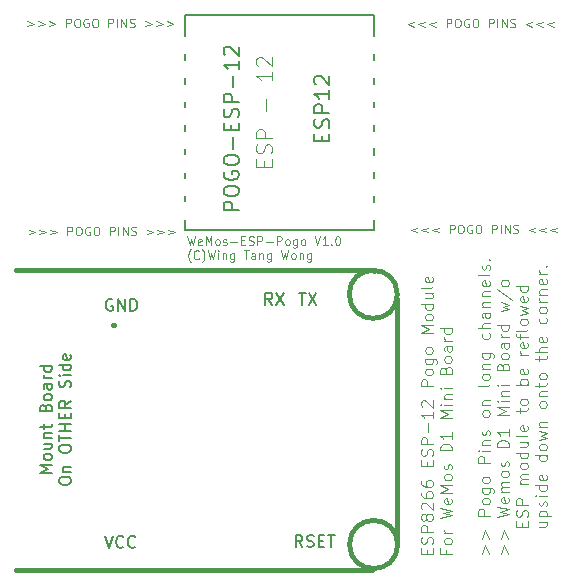
<source format=gbr>
%TF.GenerationSoftware,KiCad,Pcbnew,(6.0.0-0)*%
%TF.CreationDate,2022-07-24T14:36:36-07:00*%
%TF.ProjectId,ESP12_Harness,45535031-325f-4486-9172-6e6573732e6b,rev?*%
%TF.SameCoordinates,Original*%
%TF.FileFunction,Legend,Top*%
%TF.FilePolarity,Positive*%
%FSLAX46Y46*%
G04 Gerber Fmt 4.6, Leading zero omitted, Abs format (unit mm)*
G04 Created by KiCad (PCBNEW (6.0.0-0)) date 2022-07-24 14:36:36*
%MOMM*%
%LPD*%
G01*
G04 APERTURE LIST*
%ADD10C,0.150000*%
%ADD11C,0.050000*%
%ADD12C,0.064000*%
%ADD13C,0.406400*%
%ADD14C,0.113792*%
%ADD15C,0.127000*%
G04 APERTURE END LIST*
D10*
X-26316666Y-26412380D02*
X-26650000Y-25936190D01*
X-26888095Y-26412380D02*
X-26888095Y-25412380D01*
X-26507142Y-25412380D01*
X-26411904Y-25460000D01*
X-26364285Y-25507619D01*
X-26316666Y-25602857D01*
X-26316666Y-25745714D01*
X-26364285Y-25840952D01*
X-26411904Y-25888571D01*
X-26507142Y-25936190D01*
X-26888095Y-25936190D01*
X-25983333Y-25412380D02*
X-25316666Y-26412380D01*
X-25316666Y-25412380D02*
X-25983333Y-26412380D01*
X-24041904Y-25412380D02*
X-23470476Y-25412380D01*
X-23756190Y-26412380D02*
X-23756190Y-25412380D01*
X-23232380Y-25412380D02*
X-22565714Y-26412380D01*
X-22565714Y-25412380D02*
X-23232380Y-26412380D01*
X-39831904Y-25970000D02*
X-39927142Y-25922380D01*
X-40070000Y-25922380D01*
X-40212857Y-25970000D01*
X-40308095Y-26065238D01*
X-40355714Y-26160476D01*
X-40403333Y-26350952D01*
X-40403333Y-26493809D01*
X-40355714Y-26684285D01*
X-40308095Y-26779523D01*
X-40212857Y-26874761D01*
X-40070000Y-26922380D01*
X-39974761Y-26922380D01*
X-39831904Y-26874761D01*
X-39784285Y-26827142D01*
X-39784285Y-26493809D01*
X-39974761Y-26493809D01*
X-39355714Y-26922380D02*
X-39355714Y-25922380D01*
X-38784285Y-26922380D01*
X-38784285Y-25922380D01*
X-38308095Y-26922380D02*
X-38308095Y-25922380D01*
X-38070000Y-25922380D01*
X-37927142Y-25970000D01*
X-37831904Y-26065238D01*
X-37784285Y-26160476D01*
X-37736666Y-26350952D01*
X-37736666Y-26493809D01*
X-37784285Y-26684285D01*
X-37831904Y-26779523D01*
X-37927142Y-26874761D01*
X-38070000Y-26922380D01*
X-38308095Y-26922380D01*
X-40483333Y-45982380D02*
X-40150000Y-46982380D01*
X-39816666Y-45982380D01*
X-38911904Y-46887142D02*
X-38959523Y-46934761D01*
X-39102380Y-46982380D01*
X-39197619Y-46982380D01*
X-39340476Y-46934761D01*
X-39435714Y-46839523D01*
X-39483333Y-46744285D01*
X-39530952Y-46553809D01*
X-39530952Y-46410952D01*
X-39483333Y-46220476D01*
X-39435714Y-46125238D01*
X-39340476Y-46030000D01*
X-39197619Y-45982380D01*
X-39102380Y-45982380D01*
X-38959523Y-46030000D01*
X-38911904Y-46077619D01*
X-37911904Y-46887142D02*
X-37959523Y-46934761D01*
X-38102380Y-46982380D01*
X-38197619Y-46982380D01*
X-38340476Y-46934761D01*
X-38435714Y-46839523D01*
X-38483333Y-46744285D01*
X-38530952Y-46553809D01*
X-38530952Y-46410952D01*
X-38483333Y-46220476D01*
X-38435714Y-46125238D01*
X-38340476Y-46030000D01*
X-38197619Y-45982380D01*
X-38102380Y-45982380D01*
X-37959523Y-46030000D01*
X-37911904Y-46077619D01*
X-23747023Y-46922380D02*
X-24080357Y-46446190D01*
X-24318452Y-46922380D02*
X-24318452Y-45922380D01*
X-23937500Y-45922380D01*
X-23842261Y-45970000D01*
X-23794642Y-46017619D01*
X-23747023Y-46112857D01*
X-23747023Y-46255714D01*
X-23794642Y-46350952D01*
X-23842261Y-46398571D01*
X-23937500Y-46446190D01*
X-24318452Y-46446190D01*
X-23366071Y-46874761D02*
X-23223214Y-46922380D01*
X-22985119Y-46922380D01*
X-22889880Y-46874761D01*
X-22842261Y-46827142D01*
X-22794642Y-46731904D01*
X-22794642Y-46636666D01*
X-22842261Y-46541428D01*
X-22889880Y-46493809D01*
X-22985119Y-46446190D01*
X-23175595Y-46398571D01*
X-23270833Y-46350952D01*
X-23318452Y-46303333D01*
X-23366071Y-46208095D01*
X-23366071Y-46112857D01*
X-23318452Y-46017619D01*
X-23270833Y-45970000D01*
X-23175595Y-45922380D01*
X-22937500Y-45922380D01*
X-22794642Y-45970000D01*
X-22366071Y-46398571D02*
X-22032738Y-46398571D01*
X-21889880Y-46922380D02*
X-22366071Y-46922380D01*
X-22366071Y-45922380D01*
X-21889880Y-45922380D01*
X-21604166Y-45922380D02*
X-21032738Y-45922380D01*
X-21318452Y-46922380D02*
X-21318452Y-45922380D01*
X-44972619Y-40643809D02*
X-45972619Y-40643809D01*
X-45258333Y-40310476D01*
X-45972619Y-39977142D01*
X-44972619Y-39977142D01*
X-44972619Y-39358095D02*
X-45020238Y-39453333D01*
X-45067857Y-39500952D01*
X-45163095Y-39548571D01*
X-45448809Y-39548571D01*
X-45544047Y-39500952D01*
X-45591666Y-39453333D01*
X-45639285Y-39358095D01*
X-45639285Y-39215238D01*
X-45591666Y-39120000D01*
X-45544047Y-39072380D01*
X-45448809Y-39024761D01*
X-45163095Y-39024761D01*
X-45067857Y-39072380D01*
X-45020238Y-39120000D01*
X-44972619Y-39215238D01*
X-44972619Y-39358095D01*
X-45639285Y-38167619D02*
X-44972619Y-38167619D01*
X-45639285Y-38596190D02*
X-45115476Y-38596190D01*
X-45020238Y-38548571D01*
X-44972619Y-38453333D01*
X-44972619Y-38310476D01*
X-45020238Y-38215238D01*
X-45067857Y-38167619D01*
X-45639285Y-37691428D02*
X-44972619Y-37691428D01*
X-45544047Y-37691428D02*
X-45591666Y-37643809D01*
X-45639285Y-37548571D01*
X-45639285Y-37405714D01*
X-45591666Y-37310476D01*
X-45496428Y-37262857D01*
X-44972619Y-37262857D01*
X-45639285Y-36929523D02*
X-45639285Y-36548571D01*
X-45972619Y-36786666D02*
X-45115476Y-36786666D01*
X-45020238Y-36739047D01*
X-44972619Y-36643809D01*
X-44972619Y-36548571D01*
X-45496428Y-35120000D02*
X-45448809Y-34977142D01*
X-45401190Y-34929523D01*
X-45305952Y-34881904D01*
X-45163095Y-34881904D01*
X-45067857Y-34929523D01*
X-45020238Y-34977142D01*
X-44972619Y-35072380D01*
X-44972619Y-35453333D01*
X-45972619Y-35453333D01*
X-45972619Y-35120000D01*
X-45925000Y-35024761D01*
X-45877380Y-34977142D01*
X-45782142Y-34929523D01*
X-45686904Y-34929523D01*
X-45591666Y-34977142D01*
X-45544047Y-35024761D01*
X-45496428Y-35120000D01*
X-45496428Y-35453333D01*
X-44972619Y-34310476D02*
X-45020238Y-34405714D01*
X-45067857Y-34453333D01*
X-45163095Y-34500952D01*
X-45448809Y-34500952D01*
X-45544047Y-34453333D01*
X-45591666Y-34405714D01*
X-45639285Y-34310476D01*
X-45639285Y-34167619D01*
X-45591666Y-34072380D01*
X-45544047Y-34024761D01*
X-45448809Y-33977142D01*
X-45163095Y-33977142D01*
X-45067857Y-34024761D01*
X-45020238Y-34072380D01*
X-44972619Y-34167619D01*
X-44972619Y-34310476D01*
X-44972619Y-33120000D02*
X-45496428Y-33120000D01*
X-45591666Y-33167619D01*
X-45639285Y-33262857D01*
X-45639285Y-33453333D01*
X-45591666Y-33548571D01*
X-45020238Y-33120000D02*
X-44972619Y-33215238D01*
X-44972619Y-33453333D01*
X-45020238Y-33548571D01*
X-45115476Y-33596190D01*
X-45210714Y-33596190D01*
X-45305952Y-33548571D01*
X-45353571Y-33453333D01*
X-45353571Y-33215238D01*
X-45401190Y-33120000D01*
X-44972619Y-32643809D02*
X-45639285Y-32643809D01*
X-45448809Y-32643809D02*
X-45544047Y-32596190D01*
X-45591666Y-32548571D01*
X-45639285Y-32453333D01*
X-45639285Y-32358095D01*
X-44972619Y-31596190D02*
X-45972619Y-31596190D01*
X-45020238Y-31596190D02*
X-44972619Y-31691428D01*
X-44972619Y-31881904D01*
X-45020238Y-31977142D01*
X-45067857Y-32024761D01*
X-45163095Y-32072380D01*
X-45448809Y-32072380D01*
X-45544047Y-32024761D01*
X-45591666Y-31977142D01*
X-45639285Y-31881904D01*
X-45639285Y-31691428D01*
X-45591666Y-31596190D01*
X-44362619Y-41405714D02*
X-44362619Y-41215238D01*
X-44315000Y-41120000D01*
X-44219761Y-41024761D01*
X-44029285Y-40977142D01*
X-43695952Y-40977142D01*
X-43505476Y-41024761D01*
X-43410238Y-41120000D01*
X-43362619Y-41215238D01*
X-43362619Y-41405714D01*
X-43410238Y-41500952D01*
X-43505476Y-41596190D01*
X-43695952Y-41643809D01*
X-44029285Y-41643809D01*
X-44219761Y-41596190D01*
X-44315000Y-41500952D01*
X-44362619Y-41405714D01*
X-44029285Y-40548571D02*
X-43362619Y-40548571D01*
X-43934047Y-40548571D02*
X-43981666Y-40500952D01*
X-44029285Y-40405714D01*
X-44029285Y-40262857D01*
X-43981666Y-40167619D01*
X-43886428Y-40120000D01*
X-43362619Y-40120000D01*
X-44362619Y-38691428D02*
X-44362619Y-38500952D01*
X-44315000Y-38405714D01*
X-44219761Y-38310476D01*
X-44029285Y-38262857D01*
X-43695952Y-38262857D01*
X-43505476Y-38310476D01*
X-43410238Y-38405714D01*
X-43362619Y-38500952D01*
X-43362619Y-38691428D01*
X-43410238Y-38786666D01*
X-43505476Y-38881904D01*
X-43695952Y-38929523D01*
X-44029285Y-38929523D01*
X-44219761Y-38881904D01*
X-44315000Y-38786666D01*
X-44362619Y-38691428D01*
X-44362619Y-37977142D02*
X-44362619Y-37405714D01*
X-43362619Y-37691428D02*
X-44362619Y-37691428D01*
X-43362619Y-37072380D02*
X-44362619Y-37072380D01*
X-43886428Y-37072380D02*
X-43886428Y-36500952D01*
X-43362619Y-36500952D02*
X-44362619Y-36500952D01*
X-43886428Y-36024761D02*
X-43886428Y-35691428D01*
X-43362619Y-35548571D02*
X-43362619Y-36024761D01*
X-44362619Y-36024761D01*
X-44362619Y-35548571D01*
X-43362619Y-34548571D02*
X-43838809Y-34881904D01*
X-43362619Y-35120000D02*
X-44362619Y-35120000D01*
X-44362619Y-34739047D01*
X-44315000Y-34643809D01*
X-44267380Y-34596190D01*
X-44172142Y-34548571D01*
X-44029285Y-34548571D01*
X-43934047Y-34596190D01*
X-43886428Y-34643809D01*
X-43838809Y-34739047D01*
X-43838809Y-35120000D01*
X-43410238Y-33405714D02*
X-43362619Y-33262857D01*
X-43362619Y-33024761D01*
X-43410238Y-32929523D01*
X-43457857Y-32881904D01*
X-43553095Y-32834285D01*
X-43648333Y-32834285D01*
X-43743571Y-32881904D01*
X-43791190Y-32929523D01*
X-43838809Y-33024761D01*
X-43886428Y-33215238D01*
X-43934047Y-33310476D01*
X-43981666Y-33358095D01*
X-44076904Y-33405714D01*
X-44172142Y-33405714D01*
X-44267380Y-33358095D01*
X-44315000Y-33310476D01*
X-44362619Y-33215238D01*
X-44362619Y-32977142D01*
X-44315000Y-32834285D01*
X-43362619Y-32405714D02*
X-44029285Y-32405714D01*
X-44362619Y-32405714D02*
X-44315000Y-32453333D01*
X-44267380Y-32405714D01*
X-44315000Y-32358095D01*
X-44362619Y-32405714D01*
X-44267380Y-32405714D01*
X-43362619Y-31500952D02*
X-44362619Y-31500952D01*
X-43410238Y-31500952D02*
X-43362619Y-31596190D01*
X-43362619Y-31786666D01*
X-43410238Y-31881904D01*
X-43457857Y-31929523D01*
X-43553095Y-31977142D01*
X-43838809Y-31977142D01*
X-43934047Y-31929523D01*
X-43981666Y-31881904D01*
X-44029285Y-31786666D01*
X-44029285Y-31596190D01*
X-43981666Y-31500952D01*
X-43410238Y-30643809D02*
X-43362619Y-30739047D01*
X-43362619Y-30929523D01*
X-43410238Y-31024761D01*
X-43505476Y-31072380D01*
X-43886428Y-31072380D01*
X-43981666Y-31024761D01*
X-44029285Y-30929523D01*
X-44029285Y-30739047D01*
X-43981666Y-30643809D01*
X-43886428Y-30596190D01*
X-43791190Y-30596190D01*
X-43695952Y-31072380D01*
D11*
X-13230018Y-47504842D02*
X-13230018Y-47171509D01*
X-12706209Y-47028652D02*
X-12706209Y-47504842D01*
X-13706209Y-47504842D01*
X-13706209Y-47028652D01*
X-12753828Y-46647699D02*
X-12706209Y-46504842D01*
X-12706209Y-46266747D01*
X-12753828Y-46171509D01*
X-12801447Y-46123890D01*
X-12896685Y-46076271D01*
X-12991923Y-46076271D01*
X-13087161Y-46123890D01*
X-13134780Y-46171509D01*
X-13182399Y-46266747D01*
X-13230018Y-46457223D01*
X-13277637Y-46552461D01*
X-13325256Y-46600080D01*
X-13420494Y-46647699D01*
X-13515732Y-46647699D01*
X-13610970Y-46600080D01*
X-13658590Y-46552461D01*
X-13706209Y-46457223D01*
X-13706209Y-46219128D01*
X-13658590Y-46076271D01*
X-12706209Y-45647699D02*
X-13706209Y-45647699D01*
X-13706209Y-45266747D01*
X-13658590Y-45171509D01*
X-13610970Y-45123890D01*
X-13515732Y-45076271D01*
X-13372875Y-45076271D01*
X-13277637Y-45123890D01*
X-13230018Y-45171509D01*
X-13182399Y-45266747D01*
X-13182399Y-45647699D01*
X-13277637Y-44504842D02*
X-13325256Y-44600080D01*
X-13372875Y-44647699D01*
X-13468113Y-44695318D01*
X-13515732Y-44695318D01*
X-13610970Y-44647699D01*
X-13658590Y-44600080D01*
X-13706209Y-44504842D01*
X-13706209Y-44314366D01*
X-13658590Y-44219128D01*
X-13610970Y-44171509D01*
X-13515732Y-44123890D01*
X-13468113Y-44123890D01*
X-13372875Y-44171509D01*
X-13325256Y-44219128D01*
X-13277637Y-44314366D01*
X-13277637Y-44504842D01*
X-13230018Y-44600080D01*
X-13182399Y-44647699D01*
X-13087161Y-44695318D01*
X-12896685Y-44695318D01*
X-12801447Y-44647699D01*
X-12753828Y-44600080D01*
X-12706209Y-44504842D01*
X-12706209Y-44314366D01*
X-12753828Y-44219128D01*
X-12801447Y-44171509D01*
X-12896685Y-44123890D01*
X-13087161Y-44123890D01*
X-13182399Y-44171509D01*
X-13230018Y-44219128D01*
X-13277637Y-44314366D01*
X-13610970Y-43742938D02*
X-13658590Y-43695318D01*
X-13706209Y-43600080D01*
X-13706209Y-43361985D01*
X-13658590Y-43266747D01*
X-13610970Y-43219128D01*
X-13515732Y-43171509D01*
X-13420494Y-43171509D01*
X-13277637Y-43219128D01*
X-12706209Y-43790557D01*
X-12706209Y-43171509D01*
X-13706209Y-42314366D02*
X-13706209Y-42504842D01*
X-13658590Y-42600080D01*
X-13610970Y-42647699D01*
X-13468113Y-42742938D01*
X-13277637Y-42790557D01*
X-12896685Y-42790557D01*
X-12801447Y-42742938D01*
X-12753828Y-42695318D01*
X-12706209Y-42600080D01*
X-12706209Y-42409604D01*
X-12753828Y-42314366D01*
X-12801447Y-42266747D01*
X-12896685Y-42219128D01*
X-13134780Y-42219128D01*
X-13230018Y-42266747D01*
X-13277637Y-42314366D01*
X-13325256Y-42409604D01*
X-13325256Y-42600080D01*
X-13277637Y-42695318D01*
X-13230018Y-42742938D01*
X-13134780Y-42790557D01*
X-13706209Y-41361985D02*
X-13706209Y-41552461D01*
X-13658590Y-41647699D01*
X-13610970Y-41695318D01*
X-13468113Y-41790557D01*
X-13277637Y-41838176D01*
X-12896685Y-41838176D01*
X-12801447Y-41790557D01*
X-12753828Y-41742938D01*
X-12706209Y-41647699D01*
X-12706209Y-41457223D01*
X-12753828Y-41361985D01*
X-12801447Y-41314366D01*
X-12896685Y-41266747D01*
X-13134780Y-41266747D01*
X-13230018Y-41314366D01*
X-13277637Y-41361985D01*
X-13325256Y-41457223D01*
X-13325256Y-41647699D01*
X-13277637Y-41742938D01*
X-13230018Y-41790557D01*
X-13134780Y-41838176D01*
X-13230018Y-40076271D02*
X-13230018Y-39742938D01*
X-12706209Y-39600080D02*
X-12706209Y-40076271D01*
X-13706209Y-40076271D01*
X-13706209Y-39600080D01*
X-12753828Y-39219128D02*
X-12706209Y-39076271D01*
X-12706209Y-38838176D01*
X-12753828Y-38742938D01*
X-12801447Y-38695318D01*
X-12896685Y-38647699D01*
X-12991923Y-38647699D01*
X-13087161Y-38695318D01*
X-13134780Y-38742938D01*
X-13182399Y-38838176D01*
X-13230018Y-39028652D01*
X-13277637Y-39123890D01*
X-13325256Y-39171509D01*
X-13420494Y-39219128D01*
X-13515732Y-39219128D01*
X-13610970Y-39171509D01*
X-13658590Y-39123890D01*
X-13706209Y-39028652D01*
X-13706209Y-38790557D01*
X-13658590Y-38647699D01*
X-12706209Y-38219128D02*
X-13706209Y-38219128D01*
X-13706209Y-37838176D01*
X-13658590Y-37742938D01*
X-13610970Y-37695318D01*
X-13515732Y-37647699D01*
X-13372875Y-37647699D01*
X-13277637Y-37695318D01*
X-13230018Y-37742938D01*
X-13182399Y-37838176D01*
X-13182399Y-38219128D01*
X-13087161Y-37219128D02*
X-13087161Y-36457223D01*
X-12706209Y-35457223D02*
X-12706209Y-36028652D01*
X-12706209Y-35742938D02*
X-13706209Y-35742938D01*
X-13563351Y-35838176D01*
X-13468113Y-35933414D01*
X-13420494Y-36028652D01*
X-13610970Y-35076271D02*
X-13658590Y-35028652D01*
X-13706209Y-34933414D01*
X-13706209Y-34695318D01*
X-13658590Y-34600080D01*
X-13610970Y-34552461D01*
X-13515732Y-34504842D01*
X-13420494Y-34504842D01*
X-13277637Y-34552461D01*
X-12706209Y-35123890D01*
X-12706209Y-34504842D01*
X-12706209Y-33314366D02*
X-13706209Y-33314366D01*
X-13706209Y-32933414D01*
X-13658590Y-32838176D01*
X-13610970Y-32790557D01*
X-13515732Y-32742938D01*
X-13372875Y-32742938D01*
X-13277637Y-32790557D01*
X-13230018Y-32838176D01*
X-13182399Y-32933414D01*
X-13182399Y-33314366D01*
X-12706209Y-32171509D02*
X-12753828Y-32266747D01*
X-12801447Y-32314366D01*
X-12896685Y-32361985D01*
X-13182399Y-32361985D01*
X-13277637Y-32314366D01*
X-13325256Y-32266747D01*
X-13372875Y-32171509D01*
X-13372875Y-32028652D01*
X-13325256Y-31933414D01*
X-13277637Y-31885795D01*
X-13182399Y-31838176D01*
X-12896685Y-31838176D01*
X-12801447Y-31885795D01*
X-12753828Y-31933414D01*
X-12706209Y-32028652D01*
X-12706209Y-32171509D01*
X-13372875Y-30981033D02*
X-12563351Y-30981033D01*
X-12468113Y-31028652D01*
X-12420494Y-31076271D01*
X-12372875Y-31171509D01*
X-12372875Y-31314366D01*
X-12420494Y-31409604D01*
X-12753828Y-30981033D02*
X-12706209Y-31076271D01*
X-12706209Y-31266747D01*
X-12753828Y-31361985D01*
X-12801447Y-31409604D01*
X-12896685Y-31457223D01*
X-13182399Y-31457223D01*
X-13277637Y-31409604D01*
X-13325256Y-31361985D01*
X-13372875Y-31266747D01*
X-13372875Y-31076271D01*
X-13325256Y-30981033D01*
X-12706209Y-30361985D02*
X-12753828Y-30457223D01*
X-12801447Y-30504842D01*
X-12896685Y-30552461D01*
X-13182399Y-30552461D01*
X-13277637Y-30504842D01*
X-13325256Y-30457223D01*
X-13372875Y-30361985D01*
X-13372875Y-30219128D01*
X-13325256Y-30123890D01*
X-13277637Y-30076271D01*
X-13182399Y-30028652D01*
X-12896685Y-30028652D01*
X-12801447Y-30076271D01*
X-12753828Y-30123890D01*
X-12706209Y-30219128D01*
X-12706209Y-30361985D01*
X-12706209Y-28838176D02*
X-13706209Y-28838176D01*
X-12991923Y-28504842D01*
X-13706209Y-28171509D01*
X-12706209Y-28171509D01*
X-12706209Y-27552461D02*
X-12753828Y-27647699D01*
X-12801447Y-27695318D01*
X-12896685Y-27742938D01*
X-13182399Y-27742938D01*
X-13277637Y-27695318D01*
X-13325256Y-27647699D01*
X-13372875Y-27552461D01*
X-13372875Y-27409604D01*
X-13325256Y-27314366D01*
X-13277637Y-27266747D01*
X-13182399Y-27219128D01*
X-12896685Y-27219128D01*
X-12801447Y-27266747D01*
X-12753828Y-27314366D01*
X-12706209Y-27409604D01*
X-12706209Y-27552461D01*
X-12706209Y-26361985D02*
X-13706209Y-26361985D01*
X-12753828Y-26361985D02*
X-12706209Y-26457223D01*
X-12706209Y-26647699D01*
X-12753828Y-26742938D01*
X-12801447Y-26790557D01*
X-12896685Y-26838176D01*
X-13182399Y-26838176D01*
X-13277637Y-26790557D01*
X-13325256Y-26742938D01*
X-13372875Y-26647699D01*
X-13372875Y-26457223D01*
X-13325256Y-26361985D01*
X-13372875Y-25457223D02*
X-12706209Y-25457223D01*
X-13372875Y-25885795D02*
X-12849066Y-25885795D01*
X-12753828Y-25838176D01*
X-12706209Y-25742938D01*
X-12706209Y-25600080D01*
X-12753828Y-25504842D01*
X-12801447Y-25457223D01*
X-12706209Y-24838176D02*
X-12753828Y-24933414D01*
X-12849066Y-24981033D01*
X-13706209Y-24981033D01*
X-12753828Y-24076271D02*
X-12706209Y-24171509D01*
X-12706209Y-24361985D01*
X-12753828Y-24457223D01*
X-12849066Y-24504842D01*
X-13230018Y-24504842D01*
X-13325256Y-24457223D01*
X-13372875Y-24361985D01*
X-13372875Y-24171509D01*
X-13325256Y-24076271D01*
X-13230018Y-24028652D01*
X-13134780Y-24028652D01*
X-13039542Y-24504842D01*
X-11620018Y-47171509D02*
X-11620018Y-47504842D01*
X-11096209Y-47504842D02*
X-12096209Y-47504842D01*
X-12096209Y-47028652D01*
X-11096209Y-46504842D02*
X-11143828Y-46600080D01*
X-11191447Y-46647699D01*
X-11286685Y-46695318D01*
X-11572399Y-46695318D01*
X-11667637Y-46647699D01*
X-11715256Y-46600080D01*
X-11762875Y-46504842D01*
X-11762875Y-46361985D01*
X-11715256Y-46266747D01*
X-11667637Y-46219128D01*
X-11572399Y-46171509D01*
X-11286685Y-46171509D01*
X-11191447Y-46219128D01*
X-11143828Y-46266747D01*
X-11096209Y-46361985D01*
X-11096209Y-46504842D01*
X-11096209Y-45742938D02*
X-11762875Y-45742938D01*
X-11572399Y-45742938D02*
X-11667637Y-45695318D01*
X-11715256Y-45647699D01*
X-11762875Y-45552461D01*
X-11762875Y-45457223D01*
X-12096209Y-44457223D02*
X-11096209Y-44219128D01*
X-11810494Y-44028652D01*
X-11096209Y-43838176D01*
X-12096209Y-43600080D01*
X-11143828Y-42838176D02*
X-11096209Y-42933414D01*
X-11096209Y-43123890D01*
X-11143828Y-43219128D01*
X-11239066Y-43266747D01*
X-11620018Y-43266747D01*
X-11715256Y-43219128D01*
X-11762875Y-43123890D01*
X-11762875Y-42933414D01*
X-11715256Y-42838176D01*
X-11620018Y-42790557D01*
X-11524780Y-42790557D01*
X-11429542Y-43266747D01*
X-11096209Y-42361985D02*
X-12096209Y-42361985D01*
X-11381923Y-42028652D01*
X-12096209Y-41695318D01*
X-11096209Y-41695318D01*
X-11096209Y-41076271D02*
X-11143828Y-41171509D01*
X-11191447Y-41219128D01*
X-11286685Y-41266747D01*
X-11572399Y-41266747D01*
X-11667637Y-41219128D01*
X-11715256Y-41171509D01*
X-11762875Y-41076271D01*
X-11762875Y-40933414D01*
X-11715256Y-40838176D01*
X-11667637Y-40790557D01*
X-11572399Y-40742938D01*
X-11286685Y-40742938D01*
X-11191447Y-40790557D01*
X-11143828Y-40838176D01*
X-11096209Y-40933414D01*
X-11096209Y-41076271D01*
X-11143828Y-40361985D02*
X-11096209Y-40266747D01*
X-11096209Y-40076271D01*
X-11143828Y-39981033D01*
X-11239066Y-39933414D01*
X-11286685Y-39933414D01*
X-11381923Y-39981033D01*
X-11429542Y-40076271D01*
X-11429542Y-40219128D01*
X-11477161Y-40314366D01*
X-11572399Y-40361985D01*
X-11620018Y-40361985D01*
X-11715256Y-40314366D01*
X-11762875Y-40219128D01*
X-11762875Y-40076271D01*
X-11715256Y-39981033D01*
X-11096209Y-38742938D02*
X-12096209Y-38742938D01*
X-12096209Y-38504842D01*
X-12048590Y-38361985D01*
X-11953351Y-38266747D01*
X-11858113Y-38219128D01*
X-11667637Y-38171509D01*
X-11524780Y-38171509D01*
X-11334304Y-38219128D01*
X-11239066Y-38266747D01*
X-11143828Y-38361985D01*
X-11096209Y-38504842D01*
X-11096209Y-38742938D01*
X-11096209Y-37219128D02*
X-11096209Y-37790557D01*
X-11096209Y-37504842D02*
X-12096209Y-37504842D01*
X-11953351Y-37600080D01*
X-11858113Y-37695318D01*
X-11810494Y-37790557D01*
X-11096209Y-36028652D02*
X-12096209Y-36028652D01*
X-11381923Y-35695318D01*
X-12096209Y-35361985D01*
X-11096209Y-35361985D01*
X-11096209Y-34885795D02*
X-11762875Y-34885795D01*
X-12096209Y-34885795D02*
X-12048590Y-34933414D01*
X-12000970Y-34885795D01*
X-12048590Y-34838176D01*
X-12096209Y-34885795D01*
X-12000970Y-34885795D01*
X-11762875Y-34409604D02*
X-11096209Y-34409604D01*
X-11667637Y-34409604D02*
X-11715256Y-34361985D01*
X-11762875Y-34266747D01*
X-11762875Y-34123890D01*
X-11715256Y-34028652D01*
X-11620018Y-33981033D01*
X-11096209Y-33981033D01*
X-11096209Y-33504842D02*
X-11762875Y-33504842D01*
X-12096209Y-33504842D02*
X-12048590Y-33552461D01*
X-12000970Y-33504842D01*
X-12048590Y-33457223D01*
X-12096209Y-33504842D01*
X-12000970Y-33504842D01*
X-11620018Y-31933414D02*
X-11572399Y-31790557D01*
X-11524780Y-31742938D01*
X-11429542Y-31695318D01*
X-11286685Y-31695318D01*
X-11191447Y-31742938D01*
X-11143828Y-31790557D01*
X-11096209Y-31885795D01*
X-11096209Y-32266747D01*
X-12096209Y-32266747D01*
X-12096209Y-31933414D01*
X-12048590Y-31838176D01*
X-12000970Y-31790557D01*
X-11905732Y-31742938D01*
X-11810494Y-31742938D01*
X-11715256Y-31790557D01*
X-11667637Y-31838176D01*
X-11620018Y-31933414D01*
X-11620018Y-32266747D01*
X-11096209Y-31123890D02*
X-11143828Y-31219128D01*
X-11191447Y-31266747D01*
X-11286685Y-31314366D01*
X-11572399Y-31314366D01*
X-11667637Y-31266747D01*
X-11715256Y-31219128D01*
X-11762875Y-31123890D01*
X-11762875Y-30981033D01*
X-11715256Y-30885795D01*
X-11667637Y-30838176D01*
X-11572399Y-30790557D01*
X-11286685Y-30790557D01*
X-11191447Y-30838176D01*
X-11143828Y-30885795D01*
X-11096209Y-30981033D01*
X-11096209Y-31123890D01*
X-11096209Y-29933414D02*
X-11620018Y-29933414D01*
X-11715256Y-29981033D01*
X-11762875Y-30076271D01*
X-11762875Y-30266747D01*
X-11715256Y-30361985D01*
X-11143828Y-29933414D02*
X-11096209Y-30028652D01*
X-11096209Y-30266747D01*
X-11143828Y-30361985D01*
X-11239066Y-30409604D01*
X-11334304Y-30409604D01*
X-11429542Y-30361985D01*
X-11477161Y-30266747D01*
X-11477161Y-30028652D01*
X-11524780Y-29933414D01*
X-11096209Y-29457223D02*
X-11762875Y-29457223D01*
X-11572399Y-29457223D02*
X-11667637Y-29409604D01*
X-11715256Y-29361985D01*
X-11762875Y-29266747D01*
X-11762875Y-29171509D01*
X-11096209Y-28409604D02*
X-12096209Y-28409604D01*
X-11143828Y-28409604D02*
X-11096209Y-28504842D01*
X-11096209Y-28695318D01*
X-11143828Y-28790557D01*
X-11191447Y-28838176D01*
X-11286685Y-28885795D01*
X-11572399Y-28885795D01*
X-11667637Y-28838176D01*
X-11715256Y-28790557D01*
X-11762875Y-28695318D01*
X-11762875Y-28504842D01*
X-11715256Y-28409604D01*
X-8542875Y-47504842D02*
X-8257161Y-46742938D01*
X-7971447Y-47504842D01*
X-8542875Y-46266747D02*
X-8257161Y-45504842D01*
X-7971447Y-46266747D01*
X-7876209Y-44266747D02*
X-8876209Y-44266747D01*
X-8876209Y-43885795D01*
X-8828590Y-43790557D01*
X-8780970Y-43742938D01*
X-8685732Y-43695318D01*
X-8542875Y-43695318D01*
X-8447637Y-43742938D01*
X-8400018Y-43790557D01*
X-8352399Y-43885795D01*
X-8352399Y-44266747D01*
X-7876209Y-43123890D02*
X-7923828Y-43219128D01*
X-7971447Y-43266747D01*
X-8066685Y-43314366D01*
X-8352399Y-43314366D01*
X-8447637Y-43266747D01*
X-8495256Y-43219128D01*
X-8542875Y-43123890D01*
X-8542875Y-42981033D01*
X-8495256Y-42885795D01*
X-8447637Y-42838176D01*
X-8352399Y-42790557D01*
X-8066685Y-42790557D01*
X-7971447Y-42838176D01*
X-7923828Y-42885795D01*
X-7876209Y-42981033D01*
X-7876209Y-43123890D01*
X-8542875Y-41933414D02*
X-7733351Y-41933414D01*
X-7638113Y-41981033D01*
X-7590494Y-42028652D01*
X-7542875Y-42123890D01*
X-7542875Y-42266747D01*
X-7590494Y-42361985D01*
X-7923828Y-41933414D02*
X-7876209Y-42028652D01*
X-7876209Y-42219128D01*
X-7923828Y-42314366D01*
X-7971447Y-42361985D01*
X-8066685Y-42409604D01*
X-8352399Y-42409604D01*
X-8447637Y-42361985D01*
X-8495256Y-42314366D01*
X-8542875Y-42219128D01*
X-8542875Y-42028652D01*
X-8495256Y-41933414D01*
X-7876209Y-41314366D02*
X-7923828Y-41409604D01*
X-7971447Y-41457223D01*
X-8066685Y-41504842D01*
X-8352399Y-41504842D01*
X-8447637Y-41457223D01*
X-8495256Y-41409604D01*
X-8542875Y-41314366D01*
X-8542875Y-41171509D01*
X-8495256Y-41076271D01*
X-8447637Y-41028652D01*
X-8352399Y-40981033D01*
X-8066685Y-40981033D01*
X-7971447Y-41028652D01*
X-7923828Y-41076271D01*
X-7876209Y-41171509D01*
X-7876209Y-41314366D01*
X-7876209Y-39790557D02*
X-8876209Y-39790557D01*
X-8876209Y-39409604D01*
X-8828590Y-39314366D01*
X-8780970Y-39266747D01*
X-8685732Y-39219128D01*
X-8542875Y-39219128D01*
X-8447637Y-39266747D01*
X-8400018Y-39314366D01*
X-8352399Y-39409604D01*
X-8352399Y-39790557D01*
X-7876209Y-38790557D02*
X-8542875Y-38790557D01*
X-8876209Y-38790557D02*
X-8828590Y-38838176D01*
X-8780970Y-38790557D01*
X-8828590Y-38742938D01*
X-8876209Y-38790557D01*
X-8780970Y-38790557D01*
X-8542875Y-38314366D02*
X-7876209Y-38314366D01*
X-8447637Y-38314366D02*
X-8495256Y-38266747D01*
X-8542875Y-38171509D01*
X-8542875Y-38028652D01*
X-8495256Y-37933414D01*
X-8400018Y-37885795D01*
X-7876209Y-37885795D01*
X-7923828Y-37457223D02*
X-7876209Y-37361985D01*
X-7876209Y-37171509D01*
X-7923828Y-37076271D01*
X-8019066Y-37028652D01*
X-8066685Y-37028652D01*
X-8161923Y-37076271D01*
X-8209542Y-37171509D01*
X-8209542Y-37314366D01*
X-8257161Y-37409604D01*
X-8352399Y-37457223D01*
X-8400018Y-37457223D01*
X-8495256Y-37409604D01*
X-8542875Y-37314366D01*
X-8542875Y-37171509D01*
X-8495256Y-37076271D01*
X-7876209Y-35695318D02*
X-7923828Y-35790557D01*
X-7971447Y-35838176D01*
X-8066685Y-35885795D01*
X-8352399Y-35885795D01*
X-8447637Y-35838176D01*
X-8495256Y-35790557D01*
X-8542875Y-35695318D01*
X-8542875Y-35552461D01*
X-8495256Y-35457223D01*
X-8447637Y-35409604D01*
X-8352399Y-35361985D01*
X-8066685Y-35361985D01*
X-7971447Y-35409604D01*
X-7923828Y-35457223D01*
X-7876209Y-35552461D01*
X-7876209Y-35695318D01*
X-8542875Y-34933414D02*
X-7876209Y-34933414D01*
X-8447637Y-34933414D02*
X-8495256Y-34885795D01*
X-8542875Y-34790557D01*
X-8542875Y-34647699D01*
X-8495256Y-34552461D01*
X-8400018Y-34504842D01*
X-7876209Y-34504842D01*
X-7876209Y-33123890D02*
X-7923828Y-33219128D01*
X-8019066Y-33266747D01*
X-8876209Y-33266747D01*
X-7876209Y-32600080D02*
X-7923828Y-32695318D01*
X-7971447Y-32742938D01*
X-8066685Y-32790557D01*
X-8352399Y-32790557D01*
X-8447637Y-32742938D01*
X-8495256Y-32695318D01*
X-8542875Y-32600080D01*
X-8542875Y-32457223D01*
X-8495256Y-32361985D01*
X-8447637Y-32314366D01*
X-8352399Y-32266747D01*
X-8066685Y-32266747D01*
X-7971447Y-32314366D01*
X-7923828Y-32361985D01*
X-7876209Y-32457223D01*
X-7876209Y-32600080D01*
X-8542875Y-31838176D02*
X-7876209Y-31838176D01*
X-8447637Y-31838176D02*
X-8495256Y-31790557D01*
X-8542875Y-31695318D01*
X-8542875Y-31552461D01*
X-8495256Y-31457223D01*
X-8400018Y-31409604D01*
X-7876209Y-31409604D01*
X-8542875Y-30504842D02*
X-7733351Y-30504842D01*
X-7638113Y-30552461D01*
X-7590494Y-30600080D01*
X-7542875Y-30695318D01*
X-7542875Y-30838176D01*
X-7590494Y-30933414D01*
X-7923828Y-30504842D02*
X-7876209Y-30600080D01*
X-7876209Y-30790557D01*
X-7923828Y-30885795D01*
X-7971447Y-30933414D01*
X-8066685Y-30981033D01*
X-8352399Y-30981033D01*
X-8447637Y-30933414D01*
X-8495256Y-30885795D01*
X-8542875Y-30790557D01*
X-8542875Y-30600080D01*
X-8495256Y-30504842D01*
X-7923828Y-28838176D02*
X-7876209Y-28933414D01*
X-7876209Y-29123890D01*
X-7923828Y-29219128D01*
X-7971447Y-29266747D01*
X-8066685Y-29314366D01*
X-8352399Y-29314366D01*
X-8447637Y-29266747D01*
X-8495256Y-29219128D01*
X-8542875Y-29123890D01*
X-8542875Y-28933414D01*
X-8495256Y-28838176D01*
X-7876209Y-28409604D02*
X-8876209Y-28409604D01*
X-7876209Y-27981033D02*
X-8400018Y-27981033D01*
X-8495256Y-28028652D01*
X-8542875Y-28123890D01*
X-8542875Y-28266747D01*
X-8495256Y-28361985D01*
X-8447637Y-28409604D01*
X-7876209Y-27076271D02*
X-8400018Y-27076271D01*
X-8495256Y-27123890D01*
X-8542875Y-27219128D01*
X-8542875Y-27409604D01*
X-8495256Y-27504842D01*
X-7923828Y-27076271D02*
X-7876209Y-27171509D01*
X-7876209Y-27409604D01*
X-7923828Y-27504842D01*
X-8019066Y-27552461D01*
X-8114304Y-27552461D01*
X-8209542Y-27504842D01*
X-8257161Y-27409604D01*
X-8257161Y-27171509D01*
X-8304780Y-27076271D01*
X-8542875Y-26600080D02*
X-7876209Y-26600080D01*
X-8447637Y-26600080D02*
X-8495256Y-26552461D01*
X-8542875Y-26457223D01*
X-8542875Y-26314366D01*
X-8495256Y-26219128D01*
X-8400018Y-26171509D01*
X-7876209Y-26171509D01*
X-8542875Y-25695318D02*
X-7876209Y-25695318D01*
X-8447637Y-25695318D02*
X-8495256Y-25647699D01*
X-8542875Y-25552461D01*
X-8542875Y-25409604D01*
X-8495256Y-25314366D01*
X-8400018Y-25266747D01*
X-7876209Y-25266747D01*
X-7923828Y-24409604D02*
X-7876209Y-24504842D01*
X-7876209Y-24695318D01*
X-7923828Y-24790557D01*
X-8019066Y-24838176D01*
X-8400018Y-24838176D01*
X-8495256Y-24790557D01*
X-8542875Y-24695318D01*
X-8542875Y-24504842D01*
X-8495256Y-24409604D01*
X-8400018Y-24361985D01*
X-8304780Y-24361985D01*
X-8209542Y-24838176D01*
X-7876209Y-23790557D02*
X-7923828Y-23885795D01*
X-8019066Y-23933414D01*
X-8876209Y-23933414D01*
X-7923828Y-23457223D02*
X-7876209Y-23361985D01*
X-7876209Y-23171509D01*
X-7923828Y-23076271D01*
X-8019066Y-23028652D01*
X-8066685Y-23028652D01*
X-8161923Y-23076271D01*
X-8209542Y-23171509D01*
X-8209542Y-23314366D01*
X-8257161Y-23409604D01*
X-8352399Y-23457223D01*
X-8400018Y-23457223D01*
X-8495256Y-23409604D01*
X-8542875Y-23314366D01*
X-8542875Y-23171509D01*
X-8495256Y-23076271D01*
X-7971447Y-22600080D02*
X-7923828Y-22552461D01*
X-7876209Y-22600080D01*
X-7923828Y-22647699D01*
X-7971447Y-22600080D01*
X-7876209Y-22600080D01*
X-6932875Y-47504842D02*
X-6647161Y-46742938D01*
X-6361447Y-47504842D01*
X-6932875Y-46266747D02*
X-6647161Y-45504842D01*
X-6361447Y-46266747D01*
X-7266209Y-44361985D02*
X-6266209Y-44123890D01*
X-6980494Y-43933414D01*
X-6266209Y-43742938D01*
X-7266209Y-43504842D01*
X-6313828Y-42742938D02*
X-6266209Y-42838176D01*
X-6266209Y-43028652D01*
X-6313828Y-43123890D01*
X-6409066Y-43171509D01*
X-6790018Y-43171509D01*
X-6885256Y-43123890D01*
X-6932875Y-43028652D01*
X-6932875Y-42838176D01*
X-6885256Y-42742938D01*
X-6790018Y-42695318D01*
X-6694780Y-42695318D01*
X-6599542Y-43171509D01*
X-6266209Y-42266747D02*
X-6932875Y-42266747D01*
X-6837637Y-42266747D02*
X-6885256Y-42219128D01*
X-6932875Y-42123890D01*
X-6932875Y-41981033D01*
X-6885256Y-41885795D01*
X-6790018Y-41838176D01*
X-6266209Y-41838176D01*
X-6790018Y-41838176D02*
X-6885256Y-41790557D01*
X-6932875Y-41695318D01*
X-6932875Y-41552461D01*
X-6885256Y-41457223D01*
X-6790018Y-41409604D01*
X-6266209Y-41409604D01*
X-6266209Y-40790557D02*
X-6313828Y-40885795D01*
X-6361447Y-40933414D01*
X-6456685Y-40981033D01*
X-6742399Y-40981033D01*
X-6837637Y-40933414D01*
X-6885256Y-40885795D01*
X-6932875Y-40790557D01*
X-6932875Y-40647699D01*
X-6885256Y-40552461D01*
X-6837637Y-40504842D01*
X-6742399Y-40457223D01*
X-6456685Y-40457223D01*
X-6361447Y-40504842D01*
X-6313828Y-40552461D01*
X-6266209Y-40647699D01*
X-6266209Y-40790557D01*
X-6313828Y-40076271D02*
X-6266209Y-39981033D01*
X-6266209Y-39790557D01*
X-6313828Y-39695318D01*
X-6409066Y-39647699D01*
X-6456685Y-39647699D01*
X-6551923Y-39695318D01*
X-6599542Y-39790557D01*
X-6599542Y-39933414D01*
X-6647161Y-40028652D01*
X-6742399Y-40076271D01*
X-6790018Y-40076271D01*
X-6885256Y-40028652D01*
X-6932875Y-39933414D01*
X-6932875Y-39790557D01*
X-6885256Y-39695318D01*
X-6266209Y-38457223D02*
X-7266209Y-38457223D01*
X-7266209Y-38219128D01*
X-7218589Y-38076271D01*
X-7123351Y-37981033D01*
X-7028113Y-37933414D01*
X-6837637Y-37885795D01*
X-6694780Y-37885795D01*
X-6504304Y-37933414D01*
X-6409066Y-37981033D01*
X-6313828Y-38076271D01*
X-6266209Y-38219128D01*
X-6266209Y-38457223D01*
X-6266209Y-36933414D02*
X-6266209Y-37504842D01*
X-6266209Y-37219128D02*
X-7266209Y-37219128D01*
X-7123351Y-37314366D01*
X-7028113Y-37409604D01*
X-6980494Y-37504842D01*
X-6266209Y-35742938D02*
X-7266209Y-35742938D01*
X-6551923Y-35409604D01*
X-7266209Y-35076271D01*
X-6266209Y-35076271D01*
X-6266209Y-34600080D02*
X-6932875Y-34600080D01*
X-7266209Y-34600080D02*
X-7218589Y-34647699D01*
X-7170970Y-34600080D01*
X-7218589Y-34552461D01*
X-7266209Y-34600080D01*
X-7170970Y-34600080D01*
X-6932875Y-34123890D02*
X-6266209Y-34123890D01*
X-6837637Y-34123890D02*
X-6885256Y-34076271D01*
X-6932875Y-33981033D01*
X-6932875Y-33838176D01*
X-6885256Y-33742938D01*
X-6790018Y-33695318D01*
X-6266209Y-33695318D01*
X-6266209Y-33219128D02*
X-6932875Y-33219128D01*
X-7266209Y-33219128D02*
X-7218589Y-33266747D01*
X-7170970Y-33219128D01*
X-7218589Y-33171509D01*
X-7266209Y-33219128D01*
X-7170970Y-33219128D01*
X-6790018Y-31647699D02*
X-6742399Y-31504842D01*
X-6694780Y-31457223D01*
X-6599542Y-31409604D01*
X-6456685Y-31409604D01*
X-6361447Y-31457223D01*
X-6313828Y-31504842D01*
X-6266209Y-31600080D01*
X-6266209Y-31981033D01*
X-7266209Y-31981033D01*
X-7266209Y-31647699D01*
X-7218589Y-31552461D01*
X-7170970Y-31504842D01*
X-7075732Y-31457223D01*
X-6980494Y-31457223D01*
X-6885256Y-31504842D01*
X-6837637Y-31552461D01*
X-6790018Y-31647699D01*
X-6790018Y-31981033D01*
X-6266209Y-30838176D02*
X-6313828Y-30933414D01*
X-6361447Y-30981033D01*
X-6456685Y-31028652D01*
X-6742399Y-31028652D01*
X-6837637Y-30981033D01*
X-6885256Y-30933414D01*
X-6932875Y-30838176D01*
X-6932875Y-30695318D01*
X-6885256Y-30600080D01*
X-6837637Y-30552461D01*
X-6742399Y-30504842D01*
X-6456685Y-30504842D01*
X-6361447Y-30552461D01*
X-6313828Y-30600080D01*
X-6266209Y-30695318D01*
X-6266209Y-30838176D01*
X-6266209Y-29647699D02*
X-6790018Y-29647699D01*
X-6885256Y-29695318D01*
X-6932875Y-29790557D01*
X-6932875Y-29981033D01*
X-6885256Y-30076271D01*
X-6313828Y-29647699D02*
X-6266209Y-29742938D01*
X-6266209Y-29981033D01*
X-6313828Y-30076271D01*
X-6409066Y-30123890D01*
X-6504304Y-30123890D01*
X-6599542Y-30076271D01*
X-6647161Y-29981033D01*
X-6647161Y-29742938D01*
X-6694780Y-29647699D01*
X-6266209Y-29171509D02*
X-6932875Y-29171509D01*
X-6742399Y-29171509D02*
X-6837637Y-29123890D01*
X-6885256Y-29076271D01*
X-6932875Y-28981033D01*
X-6932875Y-28885795D01*
X-6266209Y-28123890D02*
X-7266209Y-28123890D01*
X-6313828Y-28123890D02*
X-6266209Y-28219128D01*
X-6266209Y-28409604D01*
X-6313828Y-28504842D01*
X-6361447Y-28552461D01*
X-6456685Y-28600080D01*
X-6742399Y-28600080D01*
X-6837637Y-28552461D01*
X-6885256Y-28504842D01*
X-6932875Y-28409604D01*
X-6932875Y-28219128D01*
X-6885256Y-28123890D01*
X-6932875Y-26981033D02*
X-6266209Y-26790557D01*
X-6742399Y-26600080D01*
X-6266209Y-26409604D01*
X-6932875Y-26219128D01*
X-7313828Y-25123890D02*
X-6028113Y-25981033D01*
X-6266209Y-24647699D02*
X-6313828Y-24742938D01*
X-6361447Y-24790557D01*
X-6456685Y-24838176D01*
X-6742399Y-24838176D01*
X-6837637Y-24790557D01*
X-6885256Y-24742938D01*
X-6932875Y-24647699D01*
X-6932875Y-24504842D01*
X-6885256Y-24409604D01*
X-6837637Y-24361985D01*
X-6742399Y-24314366D01*
X-6456685Y-24314366D01*
X-6361447Y-24361985D01*
X-6313828Y-24409604D01*
X-6266209Y-24504842D01*
X-6266209Y-24647699D01*
X-5180018Y-45219128D02*
X-5180018Y-44885795D01*
X-4656209Y-44742938D02*
X-4656209Y-45219128D01*
X-5656209Y-45219128D01*
X-5656209Y-44742938D01*
X-4703828Y-44361985D02*
X-4656209Y-44219128D01*
X-4656209Y-43981033D01*
X-4703828Y-43885795D01*
X-4751447Y-43838176D01*
X-4846685Y-43790557D01*
X-4941923Y-43790557D01*
X-5037161Y-43838176D01*
X-5084780Y-43885795D01*
X-5132399Y-43981033D01*
X-5180018Y-44171509D01*
X-5227637Y-44266747D01*
X-5275256Y-44314366D01*
X-5370494Y-44361985D01*
X-5465732Y-44361985D01*
X-5560970Y-44314366D01*
X-5608590Y-44266747D01*
X-5656209Y-44171509D01*
X-5656209Y-43933414D01*
X-5608590Y-43790557D01*
X-4656209Y-43361985D02*
X-5656209Y-43361985D01*
X-5656209Y-42981033D01*
X-5608590Y-42885795D01*
X-5560970Y-42838176D01*
X-5465732Y-42790557D01*
X-5322875Y-42790557D01*
X-5227637Y-42838176D01*
X-5180018Y-42885795D01*
X-5132399Y-42981033D01*
X-5132399Y-43361985D01*
X-4656209Y-41600080D02*
X-5322875Y-41600080D01*
X-5227637Y-41600080D02*
X-5275256Y-41552461D01*
X-5322875Y-41457223D01*
X-5322875Y-41314366D01*
X-5275256Y-41219128D01*
X-5180018Y-41171509D01*
X-4656209Y-41171509D01*
X-5180018Y-41171509D02*
X-5275256Y-41123890D01*
X-5322875Y-41028652D01*
X-5322875Y-40885795D01*
X-5275256Y-40790557D01*
X-5180018Y-40742938D01*
X-4656209Y-40742938D01*
X-4656209Y-40123890D02*
X-4703828Y-40219128D01*
X-4751447Y-40266747D01*
X-4846685Y-40314366D01*
X-5132399Y-40314366D01*
X-5227637Y-40266747D01*
X-5275256Y-40219128D01*
X-5322875Y-40123890D01*
X-5322875Y-39981033D01*
X-5275256Y-39885795D01*
X-5227637Y-39838176D01*
X-5132399Y-39790557D01*
X-4846685Y-39790557D01*
X-4751447Y-39838176D01*
X-4703828Y-39885795D01*
X-4656209Y-39981033D01*
X-4656209Y-40123890D01*
X-4656209Y-38933414D02*
X-5656209Y-38933414D01*
X-4703828Y-38933414D02*
X-4656209Y-39028652D01*
X-4656209Y-39219128D01*
X-4703828Y-39314366D01*
X-4751447Y-39361985D01*
X-4846685Y-39409604D01*
X-5132399Y-39409604D01*
X-5227637Y-39361985D01*
X-5275256Y-39314366D01*
X-5322875Y-39219128D01*
X-5322875Y-39028652D01*
X-5275256Y-38933414D01*
X-5322875Y-38028652D02*
X-4656209Y-38028652D01*
X-5322875Y-38457223D02*
X-4799066Y-38457223D01*
X-4703828Y-38409604D01*
X-4656209Y-38314366D01*
X-4656209Y-38171509D01*
X-4703828Y-38076271D01*
X-4751447Y-38028652D01*
X-4656209Y-37409604D02*
X-4703828Y-37504842D01*
X-4799066Y-37552461D01*
X-5656209Y-37552461D01*
X-4703828Y-36647699D02*
X-4656209Y-36742938D01*
X-4656209Y-36933414D01*
X-4703828Y-37028652D01*
X-4799066Y-37076271D01*
X-5180018Y-37076271D01*
X-5275256Y-37028652D01*
X-5322875Y-36933414D01*
X-5322875Y-36742938D01*
X-5275256Y-36647699D01*
X-5180018Y-36600080D01*
X-5084780Y-36600080D01*
X-4989542Y-37076271D01*
X-5322875Y-35552461D02*
X-5322875Y-35171509D01*
X-5656209Y-35409604D02*
X-4799066Y-35409604D01*
X-4703828Y-35361985D01*
X-4656209Y-35266747D01*
X-4656209Y-35171509D01*
X-4656209Y-34695318D02*
X-4703828Y-34790557D01*
X-4751447Y-34838176D01*
X-4846685Y-34885795D01*
X-5132399Y-34885795D01*
X-5227637Y-34838176D01*
X-5275256Y-34790557D01*
X-5322875Y-34695318D01*
X-5322875Y-34552461D01*
X-5275256Y-34457223D01*
X-5227637Y-34409604D01*
X-5132399Y-34361985D01*
X-4846685Y-34361985D01*
X-4751447Y-34409604D01*
X-4703828Y-34457223D01*
X-4656209Y-34552461D01*
X-4656209Y-34695318D01*
X-4656209Y-33171509D02*
X-5656209Y-33171509D01*
X-5275256Y-33171509D02*
X-5322875Y-33076271D01*
X-5322875Y-32885795D01*
X-5275256Y-32790557D01*
X-5227637Y-32742938D01*
X-5132399Y-32695318D01*
X-4846685Y-32695318D01*
X-4751447Y-32742938D01*
X-4703828Y-32790557D01*
X-4656209Y-32885795D01*
X-4656209Y-33076271D01*
X-4703828Y-33171509D01*
X-4703828Y-31885795D02*
X-4656209Y-31981033D01*
X-4656209Y-32171509D01*
X-4703828Y-32266747D01*
X-4799066Y-32314366D01*
X-5180018Y-32314366D01*
X-5275256Y-32266747D01*
X-5322875Y-32171509D01*
X-5322875Y-31981033D01*
X-5275256Y-31885795D01*
X-5180018Y-31838176D01*
X-5084780Y-31838176D01*
X-4989542Y-32314366D01*
X-4656209Y-30647699D02*
X-5322875Y-30647699D01*
X-5132399Y-30647699D02*
X-5227637Y-30600080D01*
X-5275256Y-30552461D01*
X-5322875Y-30457223D01*
X-5322875Y-30361985D01*
X-4703828Y-29647699D02*
X-4656209Y-29742938D01*
X-4656209Y-29933414D01*
X-4703828Y-30028652D01*
X-4799066Y-30076271D01*
X-5180018Y-30076271D01*
X-5275256Y-30028652D01*
X-5322875Y-29933414D01*
X-5322875Y-29742938D01*
X-5275256Y-29647699D01*
X-5180018Y-29600080D01*
X-5084780Y-29600080D01*
X-4989542Y-30076271D01*
X-5322875Y-29314366D02*
X-5322875Y-28933414D01*
X-4656209Y-29171509D02*
X-5513351Y-29171509D01*
X-5608589Y-29123890D01*
X-5656209Y-29028652D01*
X-5656209Y-28933414D01*
X-4656209Y-28457223D02*
X-4703828Y-28552461D01*
X-4799066Y-28600080D01*
X-5656209Y-28600080D01*
X-4656209Y-27933414D02*
X-4703828Y-28028652D01*
X-4751447Y-28076271D01*
X-4846685Y-28123890D01*
X-5132399Y-28123890D01*
X-5227637Y-28076271D01*
X-5275256Y-28028652D01*
X-5322875Y-27933414D01*
X-5322875Y-27790557D01*
X-5275256Y-27695318D01*
X-5227637Y-27647699D01*
X-5132399Y-27600080D01*
X-4846685Y-27600080D01*
X-4751447Y-27647699D01*
X-4703828Y-27695318D01*
X-4656209Y-27790557D01*
X-4656209Y-27933414D01*
X-5322875Y-27266747D02*
X-4656209Y-27076271D01*
X-5132399Y-26885795D01*
X-4656209Y-26695318D01*
X-5322875Y-26504842D01*
X-4703828Y-25742938D02*
X-4656209Y-25838176D01*
X-4656209Y-26028652D01*
X-4703828Y-26123890D01*
X-4799066Y-26171509D01*
X-5180018Y-26171509D01*
X-5275256Y-26123890D01*
X-5322875Y-26028652D01*
X-5322875Y-25838176D01*
X-5275256Y-25742938D01*
X-5180018Y-25695318D01*
X-5084780Y-25695318D01*
X-4989542Y-26171509D01*
X-4656209Y-24838176D02*
X-5656209Y-24838176D01*
X-4703828Y-24838176D02*
X-4656209Y-24933414D01*
X-4656209Y-25123890D01*
X-4703828Y-25219128D01*
X-4751447Y-25266747D01*
X-4846685Y-25314366D01*
X-5132399Y-25314366D01*
X-5227637Y-25266747D01*
X-5275256Y-25219128D01*
X-5322875Y-25123890D01*
X-5322875Y-24933414D01*
X-5275256Y-24838176D01*
X-3712875Y-44790557D02*
X-3046209Y-44790557D01*
X-3712875Y-45219128D02*
X-3189066Y-45219128D01*
X-3093828Y-45171509D01*
X-3046209Y-45076271D01*
X-3046209Y-44933414D01*
X-3093828Y-44838176D01*
X-3141447Y-44790557D01*
X-3712875Y-44314366D02*
X-2712875Y-44314366D01*
X-3665256Y-44314366D02*
X-3712875Y-44219128D01*
X-3712875Y-44028652D01*
X-3665256Y-43933414D01*
X-3617637Y-43885795D01*
X-3522399Y-43838176D01*
X-3236685Y-43838176D01*
X-3141447Y-43885795D01*
X-3093828Y-43933414D01*
X-3046209Y-44028652D01*
X-3046209Y-44219128D01*
X-3093828Y-44314366D01*
X-3093828Y-43457223D02*
X-3046209Y-43361985D01*
X-3046209Y-43171509D01*
X-3093828Y-43076271D01*
X-3189066Y-43028652D01*
X-3236685Y-43028652D01*
X-3331923Y-43076271D01*
X-3379542Y-43171509D01*
X-3379542Y-43314366D01*
X-3427161Y-43409604D01*
X-3522399Y-43457223D01*
X-3570018Y-43457223D01*
X-3665256Y-43409604D01*
X-3712875Y-43314366D01*
X-3712875Y-43171509D01*
X-3665256Y-43076271D01*
X-3046209Y-42600080D02*
X-3712875Y-42600080D01*
X-4046209Y-42600080D02*
X-3998589Y-42647699D01*
X-3950970Y-42600080D01*
X-3998589Y-42552461D01*
X-4046209Y-42600080D01*
X-3950970Y-42600080D01*
X-3046209Y-41695318D02*
X-4046209Y-41695318D01*
X-3093828Y-41695318D02*
X-3046209Y-41790557D01*
X-3046209Y-41981033D01*
X-3093828Y-42076271D01*
X-3141447Y-42123890D01*
X-3236685Y-42171509D01*
X-3522399Y-42171509D01*
X-3617637Y-42123890D01*
X-3665256Y-42076271D01*
X-3712875Y-41981033D01*
X-3712875Y-41790557D01*
X-3665256Y-41695318D01*
X-3093828Y-40838176D02*
X-3046209Y-40933414D01*
X-3046209Y-41123890D01*
X-3093828Y-41219128D01*
X-3189066Y-41266747D01*
X-3570018Y-41266747D01*
X-3665256Y-41219128D01*
X-3712875Y-41123890D01*
X-3712875Y-40933414D01*
X-3665256Y-40838176D01*
X-3570018Y-40790557D01*
X-3474780Y-40790557D01*
X-3379542Y-41266747D01*
X-3046209Y-39171509D02*
X-4046209Y-39171509D01*
X-3093828Y-39171509D02*
X-3046209Y-39266747D01*
X-3046209Y-39457223D01*
X-3093828Y-39552461D01*
X-3141447Y-39600080D01*
X-3236685Y-39647699D01*
X-3522399Y-39647699D01*
X-3617637Y-39600080D01*
X-3665256Y-39552461D01*
X-3712875Y-39457223D01*
X-3712875Y-39266747D01*
X-3665256Y-39171509D01*
X-3046209Y-38552461D02*
X-3093828Y-38647699D01*
X-3141447Y-38695318D01*
X-3236685Y-38742938D01*
X-3522399Y-38742938D01*
X-3617637Y-38695318D01*
X-3665256Y-38647699D01*
X-3712875Y-38552461D01*
X-3712875Y-38409604D01*
X-3665256Y-38314366D01*
X-3617637Y-38266747D01*
X-3522399Y-38219128D01*
X-3236685Y-38219128D01*
X-3141447Y-38266747D01*
X-3093828Y-38314366D01*
X-3046209Y-38409604D01*
X-3046209Y-38552461D01*
X-3712875Y-37885795D02*
X-3046209Y-37695318D01*
X-3522399Y-37504842D01*
X-3046209Y-37314366D01*
X-3712875Y-37123890D01*
X-3712875Y-36742938D02*
X-3046209Y-36742938D01*
X-3617637Y-36742938D02*
X-3665256Y-36695318D01*
X-3712875Y-36600080D01*
X-3712875Y-36457223D01*
X-3665256Y-36361985D01*
X-3570018Y-36314366D01*
X-3046209Y-36314366D01*
X-3046209Y-34933414D02*
X-3093828Y-35028652D01*
X-3141447Y-35076271D01*
X-3236685Y-35123890D01*
X-3522399Y-35123890D01*
X-3617637Y-35076271D01*
X-3665256Y-35028652D01*
X-3712875Y-34933414D01*
X-3712875Y-34790557D01*
X-3665256Y-34695318D01*
X-3617637Y-34647699D01*
X-3522399Y-34600080D01*
X-3236685Y-34600080D01*
X-3141447Y-34647699D01*
X-3093828Y-34695318D01*
X-3046209Y-34790557D01*
X-3046209Y-34933414D01*
X-3712875Y-34171509D02*
X-3046209Y-34171509D01*
X-3617637Y-34171509D02*
X-3665256Y-34123890D01*
X-3712875Y-34028652D01*
X-3712875Y-33885795D01*
X-3665256Y-33790557D01*
X-3570018Y-33742938D01*
X-3046209Y-33742938D01*
X-3712875Y-33409604D02*
X-3712875Y-33028652D01*
X-4046209Y-33266747D02*
X-3189066Y-33266747D01*
X-3093828Y-33219128D01*
X-3046209Y-33123890D01*
X-3046209Y-33028652D01*
X-3046209Y-32552461D02*
X-3093828Y-32647699D01*
X-3141447Y-32695318D01*
X-3236685Y-32742938D01*
X-3522399Y-32742938D01*
X-3617637Y-32695318D01*
X-3665256Y-32647699D01*
X-3712875Y-32552461D01*
X-3712875Y-32409604D01*
X-3665256Y-32314366D01*
X-3617637Y-32266747D01*
X-3522399Y-32219128D01*
X-3236685Y-32219128D01*
X-3141447Y-32266747D01*
X-3093828Y-32314366D01*
X-3046209Y-32409604D01*
X-3046209Y-32552461D01*
X-3712875Y-31171509D02*
X-3712875Y-30790557D01*
X-4046209Y-31028652D02*
X-3189066Y-31028652D01*
X-3093828Y-30981033D01*
X-3046209Y-30885795D01*
X-3046209Y-30790557D01*
X-3046209Y-30457223D02*
X-4046209Y-30457223D01*
X-3046209Y-30028652D02*
X-3570018Y-30028652D01*
X-3665256Y-30076271D01*
X-3712875Y-30171509D01*
X-3712875Y-30314366D01*
X-3665256Y-30409604D01*
X-3617637Y-30457223D01*
X-3093828Y-29171509D02*
X-3046209Y-29266747D01*
X-3046209Y-29457223D01*
X-3093828Y-29552461D01*
X-3189066Y-29600080D01*
X-3570018Y-29600080D01*
X-3665256Y-29552461D01*
X-3712875Y-29457223D01*
X-3712875Y-29266747D01*
X-3665256Y-29171509D01*
X-3570018Y-29123890D01*
X-3474780Y-29123890D01*
X-3379542Y-29600080D01*
X-3093828Y-27504842D02*
X-3046209Y-27600080D01*
X-3046209Y-27790557D01*
X-3093828Y-27885795D01*
X-3141447Y-27933414D01*
X-3236685Y-27981033D01*
X-3522399Y-27981033D01*
X-3617637Y-27933414D01*
X-3665256Y-27885795D01*
X-3712875Y-27790557D01*
X-3712875Y-27600080D01*
X-3665256Y-27504842D01*
X-3046209Y-26933414D02*
X-3093828Y-27028652D01*
X-3141447Y-27076271D01*
X-3236685Y-27123890D01*
X-3522399Y-27123890D01*
X-3617637Y-27076271D01*
X-3665256Y-27028652D01*
X-3712875Y-26933414D01*
X-3712875Y-26790557D01*
X-3665256Y-26695318D01*
X-3617637Y-26647699D01*
X-3522399Y-26600080D01*
X-3236685Y-26600080D01*
X-3141447Y-26647699D01*
X-3093828Y-26695318D01*
X-3046209Y-26790557D01*
X-3046209Y-26933414D01*
X-3046209Y-26171509D02*
X-3712875Y-26171509D01*
X-3522399Y-26171509D02*
X-3617637Y-26123890D01*
X-3665256Y-26076271D01*
X-3712875Y-25981033D01*
X-3712875Y-25885795D01*
X-3712875Y-25552461D02*
X-3046209Y-25552461D01*
X-3617637Y-25552461D02*
X-3665256Y-25504842D01*
X-3712875Y-25409604D01*
X-3712875Y-25266747D01*
X-3665256Y-25171509D01*
X-3570018Y-25123890D01*
X-3046209Y-25123890D01*
X-3093828Y-24266747D02*
X-3046209Y-24361985D01*
X-3046209Y-24552461D01*
X-3093828Y-24647699D01*
X-3189066Y-24695318D01*
X-3570018Y-24695318D01*
X-3665256Y-24647699D01*
X-3712875Y-24552461D01*
X-3712875Y-24361985D01*
X-3665256Y-24266747D01*
X-3570018Y-24219128D01*
X-3474780Y-24219128D01*
X-3379542Y-24695318D01*
X-3046209Y-23790557D02*
X-3712875Y-23790557D01*
X-3522399Y-23790557D02*
X-3617637Y-23742938D01*
X-3665256Y-23695318D01*
X-3712875Y-23600080D01*
X-3712875Y-23504842D01*
X-3141447Y-23171509D02*
X-3093828Y-23123890D01*
X-3046209Y-23171509D01*
X-3093828Y-23219128D01*
X-3141447Y-23171509D01*
X-3046209Y-23171509D01*
D12*
X-46934061Y-20047885D02*
X-46373300Y-20258171D01*
X-46934061Y-20468457D01*
X-46022823Y-20047885D02*
X-45462061Y-20258171D01*
X-46022823Y-20468457D01*
X-45111585Y-20047885D02*
X-44550823Y-20258171D01*
X-45111585Y-20468457D01*
X-43639585Y-20538552D02*
X-43639585Y-19802552D01*
X-43359204Y-19802552D01*
X-43289109Y-19837600D01*
X-43254061Y-19872647D01*
X-43219014Y-19942742D01*
X-43219014Y-20047885D01*
X-43254061Y-20117980D01*
X-43289109Y-20153028D01*
X-43359204Y-20188076D01*
X-43639585Y-20188076D01*
X-42763395Y-19802552D02*
X-42623204Y-19802552D01*
X-42553109Y-19837600D01*
X-42483014Y-19907695D01*
X-42447966Y-20047885D01*
X-42447966Y-20293219D01*
X-42483014Y-20433409D01*
X-42553109Y-20503504D01*
X-42623204Y-20538552D01*
X-42763395Y-20538552D01*
X-42833490Y-20503504D01*
X-42903585Y-20433409D01*
X-42938633Y-20293219D01*
X-42938633Y-20047885D01*
X-42903585Y-19907695D01*
X-42833490Y-19837600D01*
X-42763395Y-19802552D01*
X-41747014Y-19837600D02*
X-41817109Y-19802552D01*
X-41922252Y-19802552D01*
X-42027395Y-19837600D01*
X-42097490Y-19907695D01*
X-42132538Y-19977790D01*
X-42167585Y-20117980D01*
X-42167585Y-20223123D01*
X-42132538Y-20363314D01*
X-42097490Y-20433409D01*
X-42027395Y-20503504D01*
X-41922252Y-20538552D01*
X-41852157Y-20538552D01*
X-41747014Y-20503504D01*
X-41711966Y-20468457D01*
X-41711966Y-20223123D01*
X-41852157Y-20223123D01*
X-41256347Y-19802552D02*
X-41116157Y-19802552D01*
X-41046061Y-19837600D01*
X-40975966Y-19907695D01*
X-40940919Y-20047885D01*
X-40940919Y-20293219D01*
X-40975966Y-20433409D01*
X-41046061Y-20503504D01*
X-41116157Y-20538552D01*
X-41256347Y-20538552D01*
X-41326442Y-20503504D01*
X-41396538Y-20433409D01*
X-41431585Y-20293219D01*
X-41431585Y-20047885D01*
X-41396538Y-19907695D01*
X-41326442Y-19837600D01*
X-41256347Y-19802552D01*
X-40064728Y-20538552D02*
X-40064728Y-19802552D01*
X-39784347Y-19802552D01*
X-39714252Y-19837600D01*
X-39679204Y-19872647D01*
X-39644157Y-19942742D01*
X-39644157Y-20047885D01*
X-39679204Y-20117980D01*
X-39714252Y-20153028D01*
X-39784347Y-20188076D01*
X-40064728Y-20188076D01*
X-39328728Y-20538552D02*
X-39328728Y-19802552D01*
X-38978252Y-20538552D02*
X-38978252Y-19802552D01*
X-38557680Y-20538552D01*
X-38557680Y-19802552D01*
X-38242252Y-20503504D02*
X-38137109Y-20538552D01*
X-37961871Y-20538552D01*
X-37891776Y-20503504D01*
X-37856728Y-20468457D01*
X-37821680Y-20398361D01*
X-37821680Y-20328266D01*
X-37856728Y-20258171D01*
X-37891776Y-20223123D01*
X-37961871Y-20188076D01*
X-38102061Y-20153028D01*
X-38172157Y-20117980D01*
X-38207204Y-20082933D01*
X-38242252Y-20012838D01*
X-38242252Y-19942742D01*
X-38207204Y-19872647D01*
X-38172157Y-19837600D01*
X-38102061Y-19802552D01*
X-37926823Y-19802552D01*
X-37821680Y-19837600D01*
X-36945490Y-20047885D02*
X-36384728Y-20258171D01*
X-36945490Y-20468457D01*
X-36034252Y-20047885D02*
X-35473490Y-20258171D01*
X-36034252Y-20468457D01*
X-35123014Y-20047885D02*
X-34562252Y-20258171D01*
X-35123014Y-20468457D01*
X-14283300Y-2437885D02*
X-14844061Y-2648171D01*
X-14283300Y-2858457D01*
X-13372061Y-2437885D02*
X-13932823Y-2648171D01*
X-13372061Y-2858457D01*
X-12460823Y-2437885D02*
X-13021585Y-2648171D01*
X-12460823Y-2858457D01*
X-11549585Y-2928552D02*
X-11549585Y-2192552D01*
X-11269204Y-2192552D01*
X-11199109Y-2227600D01*
X-11164061Y-2262647D01*
X-11129014Y-2332742D01*
X-11129014Y-2437885D01*
X-11164061Y-2507980D01*
X-11199109Y-2543028D01*
X-11269204Y-2578076D01*
X-11549585Y-2578076D01*
X-10673395Y-2192552D02*
X-10533204Y-2192552D01*
X-10463109Y-2227600D01*
X-10393014Y-2297695D01*
X-10357966Y-2437885D01*
X-10357966Y-2683219D01*
X-10393014Y-2823409D01*
X-10463109Y-2893504D01*
X-10533204Y-2928552D01*
X-10673395Y-2928552D01*
X-10743490Y-2893504D01*
X-10813585Y-2823409D01*
X-10848633Y-2683219D01*
X-10848633Y-2437885D01*
X-10813585Y-2297695D01*
X-10743490Y-2227600D01*
X-10673395Y-2192552D01*
X-9657014Y-2227600D02*
X-9727109Y-2192552D01*
X-9832252Y-2192552D01*
X-9937395Y-2227600D01*
X-10007490Y-2297695D01*
X-10042538Y-2367790D01*
X-10077585Y-2507980D01*
X-10077585Y-2613123D01*
X-10042538Y-2753314D01*
X-10007490Y-2823409D01*
X-9937395Y-2893504D01*
X-9832252Y-2928552D01*
X-9762157Y-2928552D01*
X-9657014Y-2893504D01*
X-9621966Y-2858457D01*
X-9621966Y-2613123D01*
X-9762157Y-2613123D01*
X-9166347Y-2192552D02*
X-9026157Y-2192552D01*
X-8956061Y-2227600D01*
X-8885966Y-2297695D01*
X-8850919Y-2437885D01*
X-8850919Y-2683219D01*
X-8885966Y-2823409D01*
X-8956061Y-2893504D01*
X-9026157Y-2928552D01*
X-9166347Y-2928552D01*
X-9236442Y-2893504D01*
X-9306538Y-2823409D01*
X-9341585Y-2683219D01*
X-9341585Y-2437885D01*
X-9306538Y-2297695D01*
X-9236442Y-2227600D01*
X-9166347Y-2192552D01*
X-7974728Y-2928552D02*
X-7974728Y-2192552D01*
X-7694347Y-2192552D01*
X-7624252Y-2227600D01*
X-7589204Y-2262647D01*
X-7554157Y-2332742D01*
X-7554157Y-2437885D01*
X-7589204Y-2507980D01*
X-7624252Y-2543028D01*
X-7694347Y-2578076D01*
X-7974728Y-2578076D01*
X-7238728Y-2928552D02*
X-7238728Y-2192552D01*
X-6888252Y-2928552D02*
X-6888252Y-2192552D01*
X-6467680Y-2928552D01*
X-6467680Y-2192552D01*
X-6152252Y-2893504D02*
X-6047109Y-2928552D01*
X-5871871Y-2928552D01*
X-5801776Y-2893504D01*
X-5766728Y-2858457D01*
X-5731680Y-2788361D01*
X-5731680Y-2718266D01*
X-5766728Y-2648171D01*
X-5801776Y-2613123D01*
X-5871871Y-2578076D01*
X-6012061Y-2543028D01*
X-6082157Y-2507980D01*
X-6117204Y-2472933D01*
X-6152252Y-2402838D01*
X-6152252Y-2332742D01*
X-6117204Y-2262647D01*
X-6082157Y-2227600D01*
X-6012061Y-2192552D01*
X-5836823Y-2192552D01*
X-5731680Y-2227600D01*
X-4294728Y-2437885D02*
X-4855490Y-2648171D01*
X-4294728Y-2858457D01*
X-3383490Y-2437885D02*
X-3944252Y-2648171D01*
X-3383490Y-2858457D01*
X-2472252Y-2437885D02*
X-3033014Y-2648171D01*
X-2472252Y-2858457D01*
X-47054061Y-2427885D02*
X-46493300Y-2638171D01*
X-47054061Y-2848457D01*
X-46142823Y-2427885D02*
X-45582061Y-2638171D01*
X-46142823Y-2848457D01*
X-45231585Y-2427885D02*
X-44670823Y-2638171D01*
X-45231585Y-2848457D01*
X-43759585Y-2918552D02*
X-43759585Y-2182552D01*
X-43479204Y-2182552D01*
X-43409109Y-2217600D01*
X-43374061Y-2252647D01*
X-43339014Y-2322742D01*
X-43339014Y-2427885D01*
X-43374061Y-2497980D01*
X-43409109Y-2533028D01*
X-43479204Y-2568076D01*
X-43759585Y-2568076D01*
X-42883395Y-2182552D02*
X-42743204Y-2182552D01*
X-42673109Y-2217600D01*
X-42603014Y-2287695D01*
X-42567966Y-2427885D01*
X-42567966Y-2673219D01*
X-42603014Y-2813409D01*
X-42673109Y-2883504D01*
X-42743204Y-2918552D01*
X-42883395Y-2918552D01*
X-42953490Y-2883504D01*
X-43023585Y-2813409D01*
X-43058633Y-2673219D01*
X-43058633Y-2427885D01*
X-43023585Y-2287695D01*
X-42953490Y-2217600D01*
X-42883395Y-2182552D01*
X-41867014Y-2217600D02*
X-41937109Y-2182552D01*
X-42042252Y-2182552D01*
X-42147395Y-2217600D01*
X-42217490Y-2287695D01*
X-42252538Y-2357790D01*
X-42287585Y-2497980D01*
X-42287585Y-2603123D01*
X-42252538Y-2743314D01*
X-42217490Y-2813409D01*
X-42147395Y-2883504D01*
X-42042252Y-2918552D01*
X-41972157Y-2918552D01*
X-41867014Y-2883504D01*
X-41831966Y-2848457D01*
X-41831966Y-2603123D01*
X-41972157Y-2603123D01*
X-41376347Y-2182552D02*
X-41236157Y-2182552D01*
X-41166061Y-2217600D01*
X-41095966Y-2287695D01*
X-41060919Y-2427885D01*
X-41060919Y-2673219D01*
X-41095966Y-2813409D01*
X-41166061Y-2883504D01*
X-41236157Y-2918552D01*
X-41376347Y-2918552D01*
X-41446442Y-2883504D01*
X-41516538Y-2813409D01*
X-41551585Y-2673219D01*
X-41551585Y-2427885D01*
X-41516538Y-2287695D01*
X-41446442Y-2217600D01*
X-41376347Y-2182552D01*
X-40184728Y-2918552D02*
X-40184728Y-2182552D01*
X-39904347Y-2182552D01*
X-39834252Y-2217600D01*
X-39799204Y-2252647D01*
X-39764157Y-2322742D01*
X-39764157Y-2427885D01*
X-39799204Y-2497980D01*
X-39834252Y-2533028D01*
X-39904347Y-2568076D01*
X-40184728Y-2568076D01*
X-39448728Y-2918552D02*
X-39448728Y-2182552D01*
X-39098252Y-2918552D02*
X-39098252Y-2182552D01*
X-38677680Y-2918552D01*
X-38677680Y-2182552D01*
X-38362252Y-2883504D02*
X-38257109Y-2918552D01*
X-38081871Y-2918552D01*
X-38011776Y-2883504D01*
X-37976728Y-2848457D01*
X-37941680Y-2778361D01*
X-37941680Y-2708266D01*
X-37976728Y-2638171D01*
X-38011776Y-2603123D01*
X-38081871Y-2568076D01*
X-38222061Y-2533028D01*
X-38292157Y-2497980D01*
X-38327204Y-2462933D01*
X-38362252Y-2392838D01*
X-38362252Y-2322742D01*
X-38327204Y-2252647D01*
X-38292157Y-2217600D01*
X-38222061Y-2182552D01*
X-38046823Y-2182552D01*
X-37941680Y-2217600D01*
X-37065490Y-2427885D02*
X-36504728Y-2638171D01*
X-37065490Y-2848457D01*
X-36154252Y-2427885D02*
X-35593490Y-2638171D01*
X-36154252Y-2848457D01*
X-35243014Y-2427885D02*
X-34682252Y-2638171D01*
X-35243014Y-2848457D01*
X-14023300Y-19877885D02*
X-14584061Y-20088171D01*
X-14023300Y-20298457D01*
X-13112061Y-19877885D02*
X-13672823Y-20088171D01*
X-13112061Y-20298457D01*
X-12200823Y-19877885D02*
X-12761585Y-20088171D01*
X-12200823Y-20298457D01*
X-11289585Y-20368552D02*
X-11289585Y-19632552D01*
X-11009204Y-19632552D01*
X-10939109Y-19667600D01*
X-10904061Y-19702647D01*
X-10869014Y-19772742D01*
X-10869014Y-19877885D01*
X-10904061Y-19947980D01*
X-10939109Y-19983028D01*
X-11009204Y-20018076D01*
X-11289585Y-20018076D01*
X-10413395Y-19632552D02*
X-10273204Y-19632552D01*
X-10203109Y-19667600D01*
X-10133014Y-19737695D01*
X-10097966Y-19877885D01*
X-10097966Y-20123219D01*
X-10133014Y-20263409D01*
X-10203109Y-20333504D01*
X-10273204Y-20368552D01*
X-10413395Y-20368552D01*
X-10483490Y-20333504D01*
X-10553585Y-20263409D01*
X-10588633Y-20123219D01*
X-10588633Y-19877885D01*
X-10553585Y-19737695D01*
X-10483490Y-19667600D01*
X-10413395Y-19632552D01*
X-9397014Y-19667600D02*
X-9467109Y-19632552D01*
X-9572252Y-19632552D01*
X-9677395Y-19667600D01*
X-9747490Y-19737695D01*
X-9782538Y-19807790D01*
X-9817585Y-19947980D01*
X-9817585Y-20053123D01*
X-9782538Y-20193314D01*
X-9747490Y-20263409D01*
X-9677395Y-20333504D01*
X-9572252Y-20368552D01*
X-9502157Y-20368552D01*
X-9397014Y-20333504D01*
X-9361966Y-20298457D01*
X-9361966Y-20053123D01*
X-9502157Y-20053123D01*
X-8906347Y-19632552D02*
X-8766157Y-19632552D01*
X-8696061Y-19667600D01*
X-8625966Y-19737695D01*
X-8590919Y-19877885D01*
X-8590919Y-20123219D01*
X-8625966Y-20263409D01*
X-8696061Y-20333504D01*
X-8766157Y-20368552D01*
X-8906347Y-20368552D01*
X-8976442Y-20333504D01*
X-9046538Y-20263409D01*
X-9081585Y-20123219D01*
X-9081585Y-19877885D01*
X-9046538Y-19737695D01*
X-8976442Y-19667600D01*
X-8906347Y-19632552D01*
X-7714728Y-20368552D02*
X-7714728Y-19632552D01*
X-7434347Y-19632552D01*
X-7364252Y-19667600D01*
X-7329204Y-19702647D01*
X-7294157Y-19772742D01*
X-7294157Y-19877885D01*
X-7329204Y-19947980D01*
X-7364252Y-19983028D01*
X-7434347Y-20018076D01*
X-7714728Y-20018076D01*
X-6978728Y-20368552D02*
X-6978728Y-19632552D01*
X-6628252Y-20368552D02*
X-6628252Y-19632552D01*
X-6207680Y-20368552D01*
X-6207680Y-19632552D01*
X-5892252Y-20333504D02*
X-5787109Y-20368552D01*
X-5611871Y-20368552D01*
X-5541776Y-20333504D01*
X-5506728Y-20298457D01*
X-5471680Y-20228361D01*
X-5471680Y-20158266D01*
X-5506728Y-20088171D01*
X-5541776Y-20053123D01*
X-5611871Y-20018076D01*
X-5752061Y-19983028D01*
X-5822157Y-19947980D01*
X-5857204Y-19912933D01*
X-5892252Y-19842838D01*
X-5892252Y-19772742D01*
X-5857204Y-19702647D01*
X-5822157Y-19667600D01*
X-5752061Y-19632552D01*
X-5576823Y-19632552D01*
X-5471680Y-19667600D01*
X-4034728Y-19877885D02*
X-4595490Y-20088171D01*
X-4034728Y-20298457D01*
X-3123490Y-19877885D02*
X-3684252Y-20088171D01*
X-3123490Y-20298457D01*
X-2212252Y-19877885D02*
X-2773014Y-20088171D01*
X-2212252Y-20298457D01*
D13*
X-48000000Y-23483600D02*
X-17720900Y-23483600D01*
X-17720900Y-23483600D02*
X-17720900Y-23543600D01*
X-48000000Y-48843600D02*
X-17890900Y-48843600D01*
X-15720900Y-25903600D02*
X-15720900Y-46323600D01*
X-39770900Y-28093600D02*
X-39660900Y-28093600D01*
X-15716744Y-25533600D02*
G75*
G03*
X-15716744Y-25533600I-2034156J0D01*
G01*
X-15686744Y-46713600D02*
G75*
G03*
X-15686744Y-46713600I-2034156J0D01*
G01*
D12*
X-33484157Y-20617592D02*
X-33308919Y-21353592D01*
X-33168728Y-20827878D01*
X-33028538Y-21353592D01*
X-32853300Y-20617592D01*
X-32292538Y-21318544D02*
X-32362633Y-21353592D01*
X-32502823Y-21353592D01*
X-32572919Y-21318544D01*
X-32607966Y-21248449D01*
X-32607966Y-20968068D01*
X-32572919Y-20897973D01*
X-32502823Y-20862925D01*
X-32362633Y-20862925D01*
X-32292538Y-20897973D01*
X-32257490Y-20968068D01*
X-32257490Y-21038163D01*
X-32607966Y-21108259D01*
X-31942061Y-21353592D02*
X-31942061Y-20617592D01*
X-31696728Y-21143306D01*
X-31451395Y-20617592D01*
X-31451395Y-21353592D01*
X-30995776Y-21353592D02*
X-31065871Y-21318544D01*
X-31100919Y-21283497D01*
X-31135966Y-21213401D01*
X-31135966Y-21003116D01*
X-31100919Y-20933020D01*
X-31065871Y-20897973D01*
X-30995776Y-20862925D01*
X-30890633Y-20862925D01*
X-30820538Y-20897973D01*
X-30785490Y-20933020D01*
X-30750442Y-21003116D01*
X-30750442Y-21213401D01*
X-30785490Y-21283497D01*
X-30820538Y-21318544D01*
X-30890633Y-21353592D01*
X-30995776Y-21353592D01*
X-30470061Y-21318544D02*
X-30399966Y-21353592D01*
X-30259776Y-21353592D01*
X-30189680Y-21318544D01*
X-30154633Y-21248449D01*
X-30154633Y-21213401D01*
X-30189680Y-21143306D01*
X-30259776Y-21108259D01*
X-30364919Y-21108259D01*
X-30435014Y-21073211D01*
X-30470061Y-21003116D01*
X-30470061Y-20968068D01*
X-30435014Y-20897973D01*
X-30364919Y-20862925D01*
X-30259776Y-20862925D01*
X-30189680Y-20897973D01*
X-29839204Y-21073211D02*
X-29278442Y-21073211D01*
X-28927966Y-20968068D02*
X-28682633Y-20968068D01*
X-28577490Y-21353592D02*
X-28927966Y-21353592D01*
X-28927966Y-20617592D01*
X-28577490Y-20617592D01*
X-28297109Y-21318544D02*
X-28191966Y-21353592D01*
X-28016728Y-21353592D01*
X-27946633Y-21318544D01*
X-27911585Y-21283497D01*
X-27876538Y-21213401D01*
X-27876538Y-21143306D01*
X-27911585Y-21073211D01*
X-27946633Y-21038163D01*
X-28016728Y-21003116D01*
X-28156919Y-20968068D01*
X-28227014Y-20933020D01*
X-28262061Y-20897973D01*
X-28297109Y-20827878D01*
X-28297109Y-20757782D01*
X-28262061Y-20687687D01*
X-28227014Y-20652640D01*
X-28156919Y-20617592D01*
X-27981680Y-20617592D01*
X-27876538Y-20652640D01*
X-27561109Y-21353592D02*
X-27561109Y-20617592D01*
X-27280728Y-20617592D01*
X-27210633Y-20652640D01*
X-27175585Y-20687687D01*
X-27140538Y-20757782D01*
X-27140538Y-20862925D01*
X-27175585Y-20933020D01*
X-27210633Y-20968068D01*
X-27280728Y-21003116D01*
X-27561109Y-21003116D01*
X-26825109Y-21073211D02*
X-26264347Y-21073211D01*
X-25913871Y-21353592D02*
X-25913871Y-20617592D01*
X-25633490Y-20617592D01*
X-25563395Y-20652640D01*
X-25528347Y-20687687D01*
X-25493300Y-20757782D01*
X-25493300Y-20862925D01*
X-25528347Y-20933020D01*
X-25563395Y-20968068D01*
X-25633490Y-21003116D01*
X-25913871Y-21003116D01*
X-25072728Y-21353592D02*
X-25142823Y-21318544D01*
X-25177871Y-21283497D01*
X-25212919Y-21213401D01*
X-25212919Y-21003116D01*
X-25177871Y-20933020D01*
X-25142823Y-20897973D01*
X-25072728Y-20862925D01*
X-24967585Y-20862925D01*
X-24897490Y-20897973D01*
X-24862442Y-20933020D01*
X-24827395Y-21003116D01*
X-24827395Y-21213401D01*
X-24862442Y-21283497D01*
X-24897490Y-21318544D01*
X-24967585Y-21353592D01*
X-25072728Y-21353592D01*
X-24196538Y-20862925D02*
X-24196538Y-21458735D01*
X-24231585Y-21528830D01*
X-24266633Y-21563878D01*
X-24336728Y-21598925D01*
X-24441871Y-21598925D01*
X-24511966Y-21563878D01*
X-24196538Y-21318544D02*
X-24266633Y-21353592D01*
X-24406823Y-21353592D01*
X-24476919Y-21318544D01*
X-24511966Y-21283497D01*
X-24547014Y-21213401D01*
X-24547014Y-21003116D01*
X-24511966Y-20933020D01*
X-24476919Y-20897973D01*
X-24406823Y-20862925D01*
X-24266633Y-20862925D01*
X-24196538Y-20897973D01*
X-23740919Y-21353592D02*
X-23811014Y-21318544D01*
X-23846061Y-21283497D01*
X-23881109Y-21213401D01*
X-23881109Y-21003116D01*
X-23846061Y-20933020D01*
X-23811014Y-20897973D01*
X-23740919Y-20862925D01*
X-23635776Y-20862925D01*
X-23565680Y-20897973D01*
X-23530633Y-20933020D01*
X-23495585Y-21003116D01*
X-23495585Y-21213401D01*
X-23530633Y-21283497D01*
X-23565680Y-21318544D01*
X-23635776Y-21353592D01*
X-23740919Y-21353592D01*
X-22724538Y-20617592D02*
X-22479204Y-21353592D01*
X-22233871Y-20617592D01*
X-21603014Y-21353592D02*
X-22023585Y-21353592D01*
X-21813300Y-21353592D02*
X-21813300Y-20617592D01*
X-21883395Y-20722735D01*
X-21953490Y-20792830D01*
X-22023585Y-20827878D01*
X-21287585Y-21283497D02*
X-21252538Y-21318544D01*
X-21287585Y-21353592D01*
X-21322633Y-21318544D01*
X-21287585Y-21283497D01*
X-21287585Y-21353592D01*
X-20796919Y-20617592D02*
X-20726823Y-20617592D01*
X-20656728Y-20652640D01*
X-20621680Y-20687687D01*
X-20586633Y-20757782D01*
X-20551585Y-20897973D01*
X-20551585Y-21073211D01*
X-20586633Y-21213401D01*
X-20621680Y-21283497D01*
X-20656728Y-21318544D01*
X-20726823Y-21353592D01*
X-20796919Y-21353592D01*
X-20867014Y-21318544D01*
X-20902061Y-21283497D01*
X-20937109Y-21213401D01*
X-20972157Y-21073211D01*
X-20972157Y-20897973D01*
X-20937109Y-20757782D01*
X-20902061Y-20687687D01*
X-20867014Y-20652640D01*
X-20796919Y-20617592D01*
X-33203776Y-22818933D02*
X-33238823Y-22783885D01*
X-33308919Y-22678742D01*
X-33343966Y-22608647D01*
X-33379014Y-22503504D01*
X-33414061Y-22328266D01*
X-33414061Y-22188076D01*
X-33379014Y-22012838D01*
X-33343966Y-21907695D01*
X-33308919Y-21837600D01*
X-33238823Y-21732457D01*
X-33203776Y-21697409D01*
X-32502823Y-22468457D02*
X-32537871Y-22503504D01*
X-32643014Y-22538552D01*
X-32713109Y-22538552D01*
X-32818252Y-22503504D01*
X-32888347Y-22433409D01*
X-32923395Y-22363314D01*
X-32958442Y-22223123D01*
X-32958442Y-22117980D01*
X-32923395Y-21977790D01*
X-32888347Y-21907695D01*
X-32818252Y-21837600D01*
X-32713109Y-21802552D01*
X-32643014Y-21802552D01*
X-32537871Y-21837600D01*
X-32502823Y-21872647D01*
X-32257490Y-22818933D02*
X-32222442Y-22783885D01*
X-32152347Y-22678742D01*
X-32117300Y-22608647D01*
X-32082252Y-22503504D01*
X-32047204Y-22328266D01*
X-32047204Y-22188076D01*
X-32082252Y-22012838D01*
X-32117300Y-21907695D01*
X-32152347Y-21837600D01*
X-32222442Y-21732457D01*
X-32257490Y-21697409D01*
X-31766823Y-21802552D02*
X-31591585Y-22538552D01*
X-31451395Y-22012838D01*
X-31311204Y-22538552D01*
X-31135966Y-21802552D01*
X-30855585Y-22538552D02*
X-30855585Y-22047885D01*
X-30855585Y-21802552D02*
X-30890633Y-21837600D01*
X-30855585Y-21872647D01*
X-30820538Y-21837600D01*
X-30855585Y-21802552D01*
X-30855585Y-21872647D01*
X-30505109Y-22047885D02*
X-30505109Y-22538552D01*
X-30505109Y-22117980D02*
X-30470061Y-22082933D01*
X-30399966Y-22047885D01*
X-30294823Y-22047885D01*
X-30224728Y-22082933D01*
X-30189680Y-22153028D01*
X-30189680Y-22538552D01*
X-29523776Y-22047885D02*
X-29523776Y-22643695D01*
X-29558823Y-22713790D01*
X-29593871Y-22748838D01*
X-29663966Y-22783885D01*
X-29769109Y-22783885D01*
X-29839204Y-22748838D01*
X-29523776Y-22503504D02*
X-29593871Y-22538552D01*
X-29734061Y-22538552D01*
X-29804157Y-22503504D01*
X-29839204Y-22468457D01*
X-29874252Y-22398361D01*
X-29874252Y-22188076D01*
X-29839204Y-22117980D01*
X-29804157Y-22082933D01*
X-29734061Y-22047885D01*
X-29593871Y-22047885D01*
X-29523776Y-22082933D01*
X-28717680Y-21802552D02*
X-28297109Y-21802552D01*
X-28507395Y-22538552D02*
X-28507395Y-21802552D01*
X-27736347Y-22538552D02*
X-27736347Y-22153028D01*
X-27771395Y-22082933D01*
X-27841490Y-22047885D01*
X-27981680Y-22047885D01*
X-28051776Y-22082933D01*
X-27736347Y-22503504D02*
X-27806442Y-22538552D01*
X-27981680Y-22538552D01*
X-28051776Y-22503504D01*
X-28086823Y-22433409D01*
X-28086823Y-22363314D01*
X-28051776Y-22293219D01*
X-27981680Y-22258171D01*
X-27806442Y-22258171D01*
X-27736347Y-22223123D01*
X-27385871Y-22047885D02*
X-27385871Y-22538552D01*
X-27385871Y-22117980D02*
X-27350823Y-22082933D01*
X-27280728Y-22047885D01*
X-27175585Y-22047885D01*
X-27105490Y-22082933D01*
X-27070442Y-22153028D01*
X-27070442Y-22538552D01*
X-26404538Y-22047885D02*
X-26404538Y-22643695D01*
X-26439585Y-22713790D01*
X-26474633Y-22748838D01*
X-26544728Y-22783885D01*
X-26649871Y-22783885D01*
X-26719966Y-22748838D01*
X-26404538Y-22503504D02*
X-26474633Y-22538552D01*
X-26614823Y-22538552D01*
X-26684919Y-22503504D01*
X-26719966Y-22468457D01*
X-26755014Y-22398361D01*
X-26755014Y-22188076D01*
X-26719966Y-22117980D01*
X-26684919Y-22082933D01*
X-26614823Y-22047885D01*
X-26474633Y-22047885D01*
X-26404538Y-22082933D01*
X-25563395Y-21802552D02*
X-25388157Y-22538552D01*
X-25247966Y-22012838D01*
X-25107776Y-22538552D01*
X-24932538Y-21802552D01*
X-24547014Y-22538552D02*
X-24617109Y-22503504D01*
X-24652157Y-22468457D01*
X-24687204Y-22398361D01*
X-24687204Y-22188076D01*
X-24652157Y-22117980D01*
X-24617109Y-22082933D01*
X-24547014Y-22047885D01*
X-24441871Y-22047885D01*
X-24371776Y-22082933D01*
X-24336728Y-22117980D01*
X-24301680Y-22188076D01*
X-24301680Y-22398361D01*
X-24336728Y-22468457D01*
X-24371776Y-22503504D01*
X-24441871Y-22538552D01*
X-24547014Y-22538552D01*
X-23986252Y-22047885D02*
X-23986252Y-22538552D01*
X-23986252Y-22117980D02*
X-23951204Y-22082933D01*
X-23881109Y-22047885D01*
X-23775966Y-22047885D01*
X-23705871Y-22082933D01*
X-23670823Y-22153028D01*
X-23670823Y-22538552D01*
X-23004919Y-22047885D02*
X-23004919Y-22643695D01*
X-23039966Y-22713790D01*
X-23075014Y-22748838D01*
X-23145109Y-22783885D01*
X-23250252Y-22783885D01*
X-23320347Y-22748838D01*
X-23004919Y-22503504D02*
X-23075014Y-22538552D01*
X-23215204Y-22538552D01*
X-23285300Y-22503504D01*
X-23320347Y-22468457D01*
X-23355395Y-22398361D01*
X-23355395Y-22188076D01*
X-23320347Y-22117980D01*
X-23285300Y-22082933D01*
X-23215204Y-22047885D01*
X-23075014Y-22047885D01*
X-23004919Y-22082933D01*
D10*
%TO.C,POGO-ESP-12*%
X-29142376Y-18406985D02*
X-30412376Y-18406985D01*
X-30412376Y-17923176D01*
X-30351900Y-17802223D01*
X-30291423Y-17741747D01*
X-30170471Y-17681271D01*
X-29989042Y-17681271D01*
X-29868090Y-17741747D01*
X-29807614Y-17802223D01*
X-29747138Y-17923176D01*
X-29747138Y-18406985D01*
X-30412376Y-16895080D02*
X-30412376Y-16653176D01*
X-30351900Y-16532223D01*
X-30230947Y-16411271D01*
X-29989042Y-16350795D01*
X-29565709Y-16350795D01*
X-29323804Y-16411271D01*
X-29202852Y-16532223D01*
X-29142376Y-16653176D01*
X-29142376Y-16895080D01*
X-29202852Y-17016033D01*
X-29323804Y-17136985D01*
X-29565709Y-17197461D01*
X-29989042Y-17197461D01*
X-30230947Y-17136985D01*
X-30351900Y-17016033D01*
X-30412376Y-16895080D01*
X-30351900Y-15141271D02*
X-30412376Y-15262223D01*
X-30412376Y-15443652D01*
X-30351900Y-15625080D01*
X-30230947Y-15746033D01*
X-30109995Y-15806509D01*
X-29868090Y-15866985D01*
X-29686661Y-15866985D01*
X-29444757Y-15806509D01*
X-29323804Y-15746033D01*
X-29202852Y-15625080D01*
X-29142376Y-15443652D01*
X-29142376Y-15322699D01*
X-29202852Y-15141271D01*
X-29263328Y-15080795D01*
X-29686661Y-15080795D01*
X-29686661Y-15322699D01*
X-30412376Y-14294604D02*
X-30412376Y-14052700D01*
X-30351900Y-13931747D01*
X-30230947Y-13810795D01*
X-29989042Y-13750319D01*
X-29565709Y-13750319D01*
X-29323804Y-13810795D01*
X-29202852Y-13931747D01*
X-29142376Y-14052700D01*
X-29142376Y-14294604D01*
X-29202852Y-14415557D01*
X-29323804Y-14536509D01*
X-29565709Y-14596985D01*
X-29989042Y-14596985D01*
X-30230947Y-14536509D01*
X-30351900Y-14415557D01*
X-30412376Y-14294604D01*
X-29626185Y-13206033D02*
X-29626185Y-12238414D01*
X-29807614Y-11633652D02*
X-29807614Y-11210319D01*
X-29142376Y-11028890D02*
X-29142376Y-11633652D01*
X-30412376Y-11633652D01*
X-30412376Y-11028890D01*
X-29202852Y-10545080D02*
X-29142376Y-10363652D01*
X-29142376Y-10061271D01*
X-29202852Y-9940319D01*
X-29263328Y-9879842D01*
X-29384280Y-9819366D01*
X-29505233Y-9819366D01*
X-29626185Y-9879842D01*
X-29686661Y-9940319D01*
X-29747138Y-10061271D01*
X-29807614Y-10303176D01*
X-29868090Y-10424128D01*
X-29928566Y-10484604D01*
X-30049519Y-10545080D01*
X-30170471Y-10545080D01*
X-30291423Y-10484604D01*
X-30351900Y-10424128D01*
X-30412376Y-10303176D01*
X-30412376Y-10000795D01*
X-30351900Y-9819366D01*
X-29142376Y-9275080D02*
X-30412376Y-9275080D01*
X-30412376Y-8791271D01*
X-30351900Y-8670319D01*
X-30291423Y-8609842D01*
X-30170471Y-8549366D01*
X-29989042Y-8549366D01*
X-29868090Y-8609842D01*
X-29807614Y-8670319D01*
X-29747138Y-8791271D01*
X-29747138Y-9275080D01*
X-29626185Y-8005080D02*
X-29626185Y-7037461D01*
X-29142376Y-5767461D02*
X-29142376Y-6493176D01*
X-29142376Y-6130319D02*
X-30412376Y-6130319D01*
X-30230947Y-6251271D01*
X-30109995Y-6372223D01*
X-30049519Y-6493176D01*
X-30291423Y-5283652D02*
X-30351900Y-5223176D01*
X-30412376Y-5102223D01*
X-30412376Y-4799842D01*
X-30351900Y-4678890D01*
X-30291423Y-4618414D01*
X-30170471Y-4557938D01*
X-30049519Y-4557938D01*
X-29868090Y-4618414D01*
X-29142376Y-5344128D01*
X-29142376Y-4557938D01*
X-22127614Y-12524128D02*
X-22127614Y-12100795D01*
X-21462376Y-11919366D02*
X-21462376Y-12524128D01*
X-22732376Y-12524128D01*
X-22732376Y-11919366D01*
X-21522852Y-11435557D02*
X-21462376Y-11254128D01*
X-21462376Y-10951747D01*
X-21522852Y-10830795D01*
X-21583328Y-10770319D01*
X-21704280Y-10709842D01*
X-21825233Y-10709842D01*
X-21946185Y-10770319D01*
X-22006661Y-10830795D01*
X-22067138Y-10951747D01*
X-22127614Y-11193652D01*
X-22188090Y-11314604D01*
X-22248566Y-11375080D01*
X-22369519Y-11435557D01*
X-22490471Y-11435557D01*
X-22611423Y-11375080D01*
X-22671900Y-11314604D01*
X-22732376Y-11193652D01*
X-22732376Y-10891271D01*
X-22671900Y-10709842D01*
X-21462376Y-10165557D02*
X-22732376Y-10165557D01*
X-22732376Y-9681747D01*
X-22671900Y-9560795D01*
X-22611423Y-9500319D01*
X-22490471Y-9439842D01*
X-22309042Y-9439842D01*
X-22188090Y-9500319D01*
X-22127614Y-9560795D01*
X-22067138Y-9681747D01*
X-22067138Y-10165557D01*
X-21462376Y-8230319D02*
X-21462376Y-8956033D01*
X-21462376Y-8593176D02*
X-22732376Y-8593176D01*
X-22550947Y-8714128D01*
X-22429995Y-8835080D01*
X-22369519Y-8956033D01*
X-22611423Y-7746509D02*
X-22671900Y-7686033D01*
X-22732376Y-7565080D01*
X-22732376Y-7262700D01*
X-22671900Y-7141747D01*
X-22611423Y-7081271D01*
X-22490471Y-7020795D01*
X-22369519Y-7020795D01*
X-22188090Y-7081271D01*
X-21462376Y-7806985D01*
X-21462376Y-7020795D01*
D14*
X-27014676Y-14717161D02*
X-27014676Y-14280959D01*
X-26329214Y-14094015D02*
X-26329214Y-14717161D01*
X-27637822Y-14717161D01*
X-27637822Y-14094015D01*
X-26391529Y-13595497D02*
X-26329214Y-13408553D01*
X-26329214Y-13096980D01*
X-26391529Y-12972351D01*
X-26453844Y-12910036D01*
X-26578473Y-12847721D01*
X-26703102Y-12847721D01*
X-26827732Y-12910036D01*
X-26890046Y-12972351D01*
X-26952361Y-13096980D01*
X-27014676Y-13346239D01*
X-27076990Y-13470868D01*
X-27139305Y-13533183D01*
X-27263934Y-13595497D01*
X-27388564Y-13595497D01*
X-27513193Y-13533183D01*
X-27575508Y-13470868D01*
X-27637822Y-13346239D01*
X-27637822Y-13034665D01*
X-27575508Y-12847721D01*
X-26329214Y-12286889D02*
X-27637822Y-12286889D01*
X-27637822Y-11788372D01*
X-27575508Y-11663743D01*
X-27513193Y-11601428D01*
X-27388564Y-11539113D01*
X-27201620Y-11539113D01*
X-27076990Y-11601428D01*
X-27014676Y-11663743D01*
X-26952361Y-11788372D01*
X-26952361Y-12286889D01*
X-26827732Y-9981247D02*
X-26827732Y-8984212D01*
X-26329214Y-6678569D02*
X-26329214Y-7426345D01*
X-26329214Y-7052457D02*
X-27637822Y-7052457D01*
X-27450878Y-7177087D01*
X-27326249Y-7301716D01*
X-27263934Y-7426345D01*
X-27513193Y-6180052D02*
X-27575508Y-6117737D01*
X-27637822Y-5993108D01*
X-27637822Y-5681535D01*
X-27575508Y-5556905D01*
X-27513193Y-5494591D01*
X-27388564Y-5432276D01*
X-27263934Y-5432276D01*
X-27076990Y-5494591D01*
X-26329214Y-6242367D01*
X-26329214Y-5432276D01*
D15*
X-33695300Y-19219300D02*
X-33695300Y-20057500D01*
X-33695300Y-11218300D02*
X-33695300Y-11675500D01*
X-17693300Y-15180700D02*
X-17693300Y-15714100D01*
X-17693300Y-20032100D02*
X-17693300Y-19244700D01*
X-33695300Y-5223900D02*
X-33695300Y-5681100D01*
X-33695300Y-1845700D02*
X-33695300Y-3674500D01*
X-33695300Y-13224900D02*
X-33695300Y-13682100D01*
X-17693300Y-1845700D02*
X-17693300Y-3699900D01*
X-17693300Y-17212700D02*
X-17693300Y-17695300D01*
X-17693300Y-11192900D02*
X-17693300Y-11700900D01*
X-33695300Y-15231500D02*
X-33695300Y-15688700D01*
X-17693300Y-13174100D02*
X-17693300Y-13707500D01*
X-17692700Y-20053100D02*
X-33692700Y-20053100D01*
X-33695300Y-17238100D02*
X-33695300Y-17669900D01*
X-17718700Y-1845700D02*
X-17693300Y-1845700D01*
X-33695300Y-7230500D02*
X-33695300Y-7687700D01*
X-33692700Y-1853100D02*
X-17692700Y-1853100D01*
X-17667900Y-7205100D02*
X-17667900Y-7713100D01*
X-33695300Y-9237100D02*
X-33695300Y-9668900D01*
X-17667900Y-5198500D02*
X-17667900Y-5681100D01*
X-17693300Y-9211700D02*
X-17693300Y-9694300D01*
%TD*%
M02*

</source>
